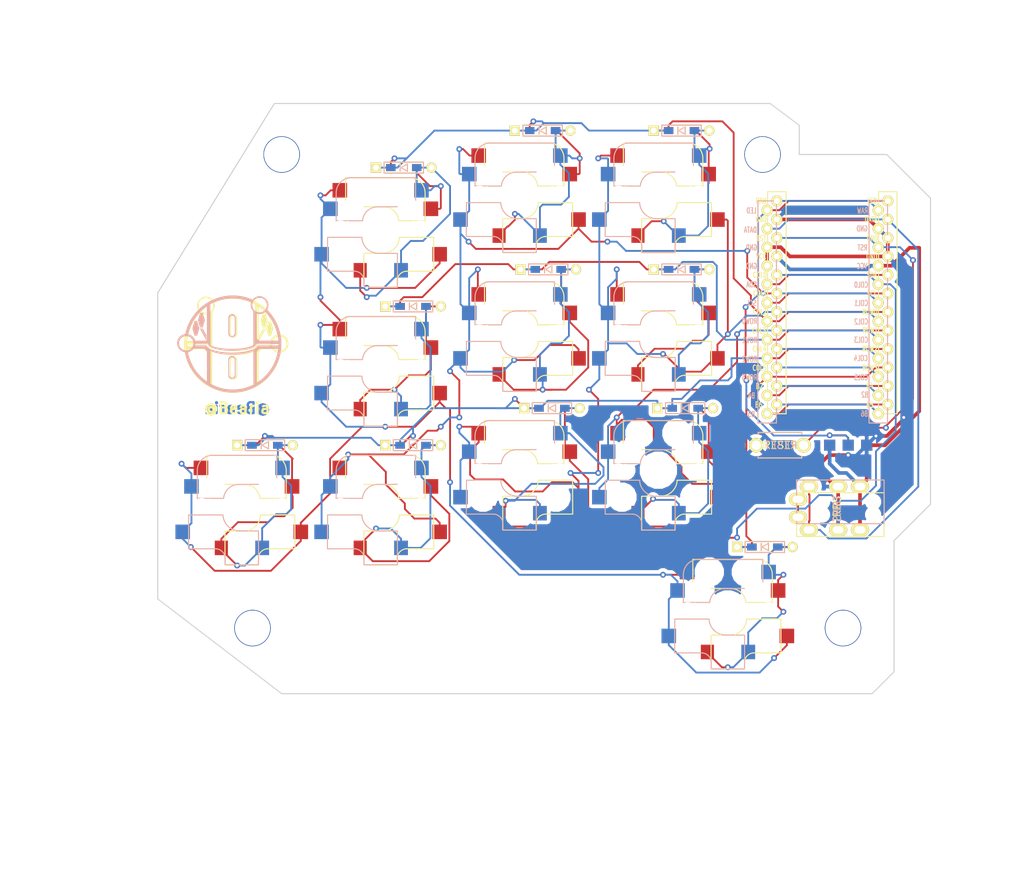
<source format=kicad_pcb>
(kicad_pcb (version 20171130) (host pcbnew "(5.0.2)-1")
  (layers (0 F.Cu signal) (31 B.Cu signal) (34 B.Paste user) (35 F.Paste user) (36 B.SilkS user) (37 F.SilkS user) (38 B.Mask user) (39 F.Mask user) (44 Edge.Cuts user))
  (net 0 "")
  (net 1 "Net-(D1-Pad2)")
  (net 2 row2)
  (net 3 "Net-(D2-Pad2)")
  (net 4 row1)
  (net 5 "Net-(D3-Pad2)")
  (net 6 row3)
  (net 7 row0)
  (net 8 "Net-(D4-Pad2)")
  (net 9 "Net-(D5-Pad2)")
  (net 10 "Net-(D6-Pad2)")
  (net 11 "Net-(D7-Pad2)")
  (net 12 "Net-(D8-Pad2)")
  (net 13 "Net-(D9-Pad2)")
  (net 14 "Net-(D10-Pad2)")
  (net 15 "Net-(D11-Pad2)")
  (net 16 GND)
  (net 17 led)
  (net 18 VCC)
  (net 19 reset)
  (net 20 col0)
  (net 21 col1)
  (net 22 col2)
  (net 23 col3)
  (net 24 "Net-(U1-Pad24)")
  (net 25 "Net-(U1-Pad16)")
  (net 26 "Net-(U1-Pad15)")
  (net 27 "Net-(U1-Pad14)")
  (net 28 "Net-(U1-Pad13)")
  (net 29 "Net-(U1-Pad12)")
  (net 30 "Net-(U1-Pad11)")
  (net 31 "Net-(U1-Pad6)")
  (net 32 "Net-(U1-Pad5)")
  (net 33 data)
  (net 34 "Net-(J1-PadA)")
  (module kbd:ProMicro_v2 (layer F.Cu) (at 181.7475 59.62)
    (fp_text reference U1 hide)
    (fp_text value ProMicro hide)
    (fp_text user RAW (at 4.191 -13.1445) (layer B.SilkS) (effects (font (size 0.75 0.5) (thickness 0.125)) (justify mirror)))
    (fp_text user LED (at -11.049 -13.1445) (layer B.SilkS) (effects (font (size 0.75 0.5) (thickness 0.125)) (justify mirror)))
    (fp_text user GND (at 4.1275 -10.668) (layer B.SilkS) (effects (font (size 0.75 0.5) (thickness 0.125)) (justify mirror)))
    (fp_text user DATA (at -11.2 -10.5) (layer B.SilkS) (effects (font (size 0.75 0.5) (thickness 0.125)) (justify mirror)))
    (fp_text user RST (at 4.191 -8.0645) (layer B.SilkS) (effects (font (size 0.75 0.5) (thickness 0.125)) (justify mirror)))
    (fp_text user GND (at -11.049 -8.0645) (layer B.SilkS) (effects (font (size 0.75 0.5) (thickness 0.125)) (justify mirror)))
    (fp_text user VCC (at 4.1275 -5.5245) (layer B.SilkS) (effects (font (size 0.75 0.5) (thickness 0.125)) (justify mirror)))
    (fp_text user GND (at -11.049 -5.5245) (layer B.SilkS) (effects (font (size 0.75 0.5) (thickness 0.125)) (justify mirror)))
    (fp_text user COL3 (at 4 4.6) (layer B.SilkS) (effects (font (size 0.75 0.5) (thickness 0.125)) (justify mirror)))
    (fp_text user ROW0 (at -11.3 2.032) (layer B.SilkS) (effects (font (size 0.75 0.5) (thickness 0.125)) (justify mirror)))
    (fp_text user COL2 (at 4 2.1) (layer B.SilkS) (effects (font (size 0.75 0.5) (thickness 0.125)) (justify mirror)))
    (fp_text user SCL (at -11.049 -0.4445) (layer B.SilkS) (effects (font (size 0.75 0.5) (thickness 0.125)) (justify mirror)))
    (fp_text user COL1 (at 4 -0.4445) (layer B.SilkS) (effects (font (size 0.75 0.5) (thickness 0.125)) (justify mirror)))
    (fp_text user SDA (at -11.049 -2.9845) (layer B.SilkS) (effects (font (size 0.75 0.5) (thickness 0.125)) (justify mirror)))
    (fp_text user COL0 (at 4 -2.95) (layer B.SilkS) (effects (font (size 0.75 0.5) (thickness 0.125)) (justify mirror)))
    (fp_text user B6 (at 4.445 14.732) (layer B.SilkS) (effects (font (size 0.75 0.5) (thickness 0.125)) (justify mirror)))
    (fp_text user B5 (at -11.049 14.7955) (layer B.SilkS) (effects (font (size 0.75 0.5) (thickness 0.125)) (justify mirror)))
    (fp_text user B4 (at -11.049 12.2555) (layer B.SilkS) (effects (font (size 0.75 0.5) (thickness 0.125)) (justify mirror)))
    (fp_text user B2 (at 4.5085 12.1285) (layer B.SilkS) (effects (font (size 0.75 0.5) (thickness 0.125)) (justify mirror)))
    (fp_text user ROW3 (at -11.3 9.75) (layer B.SilkS) (effects (font (size 0.75 0.5) (thickness 0.125)) (justify mirror)))
    (fp_text user COL5 (at 4 9.75) (layer B.SilkS) (effects (font (size 0.75 0.5) (thickness 0.125)) (justify mirror)))
    (fp_text user ROW2 (at -11.3 7.239) (layer B.SilkS) (effects (font (size 0.75 0.5) (thickness 0.125)) (justify mirror)))
    (fp_text user COL4 (at 3.95 7.112) (layer B.SilkS) (effects (font (size 0.75 0.5) (thickness 0.125)) (justify mirror)))
    (fp_text user ROW1 (at -11.3 4.6355) (layer B.SilkS) (effects (font (size 0.75 0.5) (thickness 0.125)) (justify mirror)))
    (fp_text user ROW1 (at 5.25 3.302) (layer F.SilkS) (effects (font (size 0.75 0.5) (thickness 0.125))))
    (fp_text user COL4 (at -9.95 5.85) (layer F.SilkS) (effects (font (size 0.75 0.5) (thickness 0.125))))
    (fp_text user ROW2 (at 5.2 5.85) (layer F.SilkS) (effects (font (size 0.75 0.5) (thickness 0.125))))
    (fp_text user COL5 (at -9.95 8.4455) (layer F.SilkS) (effects (font (size 0.75 0.5) (thickness 0.125))))
    (fp_text user ROW3 (at 5.2 8.4455) (layer F.SilkS) (effects (font (size 0.75 0.5) (thickness 0.125))))
    (fp_text user B2 (at -9.95 10.95) (layer F.SilkS) (effects (font (size 0.75 0.5) (thickness 0.125))))
    (fp_text user B4 (at 5.2 10.922) (layer F.SilkS) (effects (font (size 0.75 0.5) (thickness 0.125))))
    (fp_text user B5 (at 5.2 13.5255) (layer F.SilkS) (effects (font (size 0.75 0.5) (thickness 0.125))))
    (fp_text user B6 (at -10.05 13.5) (layer F.SilkS) (effects (font (size 0.75 0.5) (thickness 0.125))))
    (fp_text user COL0 (at -9.9 -4.3) (layer F.SilkS) (effects (font (size 0.75 0.5) (thickness 0.125))))
    (fp_text user SDA (at 5.461 -4.318) (layer F.SilkS) (effects (font (size 0.75 0.5) (thickness 0.125))))
    (fp_text user COL1 (at -9.85 -1.778) (layer F.SilkS) (effects (font (size 0.75 0.5) (thickness 0.125))))
    (fp_text user SCL (at 5.461 -1.778) (layer F.SilkS) (effects (font (size 0.75 0.5) (thickness 0.125))))
    (fp_text user COL2 (at -9.9 0.762) (layer F.SilkS) (effects (font (size 0.75 0.5) (thickness 0.125))))
    (fp_text user ROW0 (at 5.2 0.8) (layer F.SilkS) (effects (font (size 0.75 0.5) (thickness 0.125))))
    (fp_text user COL3 (at -10 3.35) (layer F.SilkS) (effects (font (size 0.75 0.5) (thickness 0.125))))
    (fp_text user GND (at 5.461 -6.7945) (layer F.SilkS) (effects (font (size 0.75 0.5) (thickness 0.125))))
    (fp_text user VCC (at -9.7155 -6.858) (layer F.SilkS) (effects (font (size 0.75 0.5) (thickness 0.125))))
    (fp_text user GND (at 5.5245 -9.3345) (layer F.SilkS) (effects (font (size 0.75 0.5) (thickness 0.125))))
    (fp_text user RST (at -9.7155 -9.3345) (layer F.SilkS) (effects (font (size 0.75 0.5) (thickness 0.125))))
    (fp_text user DATA (at 5.35 -11.95) (layer F.SilkS) (effects (font (size 0.75 0.5) (thickness 0.125))))
    (fp_text user GND (at -9.7155 -11.938) (layer F.SilkS) (effects (font (size 0.75 0.5) (thickness 0.125))))
    (fp_text user LED (at 5.5 -14.478) (layer F.SilkS) (effects (font (size 0.75 0.5) (thickness 0.125))))
    (fp_text user RAW (at -9.7155 -14.478) (layer F.SilkS) (effects (font (size 0.75 0.5) (thickness 0.125))))
    (fp_text user "" (at -1.2065 -16.256) (layer B.SilkS) (effects (justify mirror)))
    (fp_text user "" (at -0.5 -17.25) (layer F.SilkS))
    (pad 24 thru_hole circle (at -7.5636 -14.478) (size 1.524 1.524) (drill 0.8128) (layers *.Cu *.Mask F.SilkS) (net 24 "Net-(U1-Pad24)"))
    (pad 23 thru_hole circle (at -7.5636 -11.938) (size 1.524 1.524) (drill 0.8128) (layers *.Cu *.Mask F.SilkS) (net 16 GND))
    (pad 22 thru_hole circle (at -7.5636 -9.398) (size 1.524 1.524) (drill 0.8128) (layers *.Cu *.Mask F.SilkS) (net 19 reset))
    (pad 21 thru_hole circle (at -7.5636 -6.858) (size 1.524 1.524) (drill 0.8128) (layers *.Cu *.Mask F.SilkS) (net 18 VCC))
    (pad 20 thru_hole circle (at -7.5636 -4.318) (size 1.524 1.524) (drill 0.8128) (layers *.Cu *.Mask F.SilkS) (net 20 col0))
    (pad 19 thru_hole circle (at -7.5636 -1.778) (size 1.524 1.524) (drill 0.8128) (layers *.Cu *.Mask F.SilkS) (net 21 col1))
    (pad 18 thru_hole circle (at -7.5636 0.762) (size 1.524 1.524) (drill 0.8128) (layers *.Cu *.Mask F.SilkS) (net 22 col2))
    (pad 17 thru_hole circle (at -7.5636 3.302) (size 1.524 1.524) (drill 0.8128) (layers *.Cu *.Mask F.SilkS) (net 23 col3))
    (pad 16 thru_hole circle (at -7.5636 5.842) (size 1.524 1.524) (drill 0.8128) (layers *.Cu *.Mask F.SilkS) (net 25 "Net-(U1-Pad16)"))
    (pad 15 thru_hole circle (at -7.5636 8.382) (size 1.524 1.524) (drill 0.8128) (layers *.Cu *.Mask F.SilkS) (net 26 "Net-(U1-Pad15)"))
    (pad 14 thru_hole circle (at -7.5636 10.922) (size 1.524 1.524) (drill 0.8128) (layers *.Cu *.Mask F.SilkS) (net 27 "Net-(U1-Pad14)"))
    (pad 13 thru_hole circle (at -7.5636 13.462) (size 1.524 1.524) (drill 0.8128) (layers *.Cu *.Mask F.SilkS) (net 28 "Net-(U1-Pad13)"))
    (pad 12 thru_hole circle (at 7.6564 13.462) (size 1.524 1.524) (drill 0.8128) (layers *.Cu *.Mask F.SilkS) (net 29 "Net-(U1-Pad12)"))
    (pad 11 thru_hole circle (at 7.6564 10.922) (size 1.524 1.524) (drill 0.8128) (layers *.Cu *.Mask F.SilkS) (net 30 "Net-(U1-Pad11)"))
    (pad 10 thru_hole circle (at 7.6564 8.382) (size 1.524 1.524) (drill 0.8128) (layers *.Cu *.Mask F.SilkS) (net 6 row3))
    (pad 9 thru_hole circle (at 7.6564 5.842) (size 1.524 1.524) (drill 0.8128) (layers *.Cu *.Mask F.SilkS) (net 2 row2))
    (pad 8 thru_hole circle (at 7.6564 3.302) (size 1.524 1.524) (drill 0.8128) (layers *.Cu *.Mask F.SilkS) (net 4 row1))
    (pad 7 thru_hole circle (at 7.6564 0.762) (size 1.524 1.524) (drill 0.8128) (layers *.Cu *.Mask F.SilkS) (net 7 row0))
    (pad 6 thru_hole circle (at 7.6564 -1.778) (size 1.524 1.524) (drill 0.8128) (layers *.Cu *.Mask F.SilkS) (net 31 "Net-(U1-Pad6)"))
    (pad 5 thru_hole circle (at 7.6564 -4.318) (size 1.524 1.524) (drill 0.8128) (layers *.Cu *.Mask F.SilkS) (net 32 "Net-(U1-Pad5)"))
    (pad 4 thru_hole circle (at 7.6564 -6.858) (size 1.524 1.524) (drill 0.8128) (layers *.Cu *.Mask F.SilkS) (net 16 GND))
    (pad 3 thru_hole circle (at 7.6564 -9.398) (size 1.524 1.524) (drill 0.8128) (layers *.Cu *.Mask F.SilkS) (net 16 GND))
    (pad 2 thru_hole circle (at 7.6564 -11.938) (size 1.524 1.524) (drill 0.8128) (layers *.Cu *.Mask F.SilkS) (net 33 data))
    (pad 1 thru_hole circle (at 7.6564 -14.478) (size 1.524 1.524) (drill 0.8128) (layers *.Cu *.Mask F.SilkS) (net 17 led))
    (pad 1 thru_hole circle (at -8.89 -13.208) (size 1.524 1.524) (drill 0.8128) (layers *.Cu *.Mask F.SilkS) (net 17 led))
    (pad 2 thru_hole circle (at -8.89 -10.668) (size 1.524 1.524) (drill 0.8128) (layers *.Cu *.Mask F.SilkS) (net 33 data))
    (pad 3 thru_hole circle (at -8.89 -8.128) (size 1.524 1.524) (drill 0.8128) (layers *.Cu *.Mask F.SilkS) (net 16 GND))
    (pad 4 thru_hole circle (at -8.89 -5.588) (size 1.524 1.524) (drill 0.8128) (layers *.Cu *.Mask F.SilkS) (net 16 GND))
    (pad 5 thru_hole circle (at -8.89 -3.048) (size 1.524 1.524) (drill 0.8128) (layers *.Cu *.Mask F.SilkS) (net 32 "Net-(U1-Pad5)"))
    (pad 6 thru_hole circle (at -8.89 -0.508) (size 1.524 1.524) (drill 0.8128) (layers *.Cu *.Mask F.SilkS) (net 31 "Net-(U1-Pad6)"))
    (pad 7 thru_hole circle (at -8.89 2.032) (size 1.524 1.524) (drill 0.8128) (layers *.Cu *.Mask F.SilkS) (net 7 row0))
    (pad 8 thru_hole circle (at -8.89 4.572) (size 1.524 1.524) (drill 0.8128) (layers *.Cu *.Mask F.SilkS) (net 4 row1))
    (pad 9 thru_hole circle (at -8.89 7.112) (size 1.524 1.524) (drill 0.8128) (layers *.Cu *.Mask F.SilkS) (net 2 row2))
    (pad 10 thru_hole circle (at -8.89 9.652) (size 1.524 1.524) (drill 0.8128) (layers *.Cu *.Mask F.SilkS) (net 6 row3))
    (pad 11 thru_hole circle (at -8.89 12.192) (size 1.524 1.524) (drill 0.8128) (layers *.Cu *.Mask F.SilkS) (net 30 "Net-(U1-Pad11)"))
    (pad 12 thru_hole circle (at -8.89 14.732) (size 1.524 1.524) (drill 0.8128) (layers *.Cu *.Mask F.SilkS) (net 29 "Net-(U1-Pad12)"))
    (pad 13 thru_hole circle (at 6.35 14.732) (size 1.524 1.524) (drill 0.8128) (layers *.Cu *.Mask F.SilkS) (net 28 "Net-(U1-Pad13)"))
    (pad 14 thru_hole circle (at 6.35 12.192) (size 1.524 1.524) (drill 0.8128) (layers *.Cu *.Mask F.SilkS) (net 27 "Net-(U1-Pad14)"))
    (pad 15 thru_hole circle (at 6.35 9.652) (size 1.524 1.524) (drill 0.8128) (layers *.Cu *.Mask F.SilkS) (net 26 "Net-(U1-Pad15)"))
    (pad 16 thru_hole circle (at 6.35 7.112) (size 1.524 1.524) (drill 0.8128) (layers *.Cu *.Mask F.SilkS) (net 25 "Net-(U1-Pad16)"))
    (pad 17 thru_hole circle (at 6.35 4.572) (size 1.524 1.524) (drill 0.8128) (layers *.Cu *.Mask F.SilkS) (net 23 col3))
    (pad 18 thru_hole circle (at 6.35 2.032) (size 1.524 1.524) (drill 0.8128) (layers *.Cu *.Mask F.SilkS) (net 22 col2))
    (pad 19 thru_hole circle (at 6.35 -0.508) (size 1.524 1.524) (drill 0.8128) (layers *.Cu *.Mask F.SilkS) (net 21 col1))
    (pad 20 thru_hole circle (at 6.35 -3.048) (size 1.524 1.524) (drill 0.8128) (layers *.Cu *.Mask F.SilkS) (net 20 col0))
    (pad 21 thru_hole circle (at 6.35 -5.588) (size 1.524 1.524) (drill 0.8128) (layers *.Cu *.Mask F.SilkS) (net 18 VCC))
    (pad 22 thru_hole circle (at 6.35 -8.128) (size 1.524 1.524) (drill 0.8128) (layers *.Cu *.Mask F.SilkS) (net 19 reset))
    (pad 23 thru_hole circle (at 6.35 -10.668) (size 1.524 1.524) (drill 0.8128) (layers *.Cu *.Mask F.SilkS) (net 16 GND))
    (pad 24 thru_hole circle (at 6.35 -13.208) (size 1.524 1.524) (drill 0.8128) (layers *.Cu *.Mask F.SilkS) (net 24 "Net-(U1-Pad24)"))
  )
  (module kbd:D3_TH_SMD (layer F.Cu) (at 103.96 78.67)
    (fp_text reference D1 hide)
    (fp_text value D hide)
    (pad 2 smd rect (at 1.775 0) (size 1.3 0.95) (layers F.Cu F.Paste F.Mask) (net 1 "Net-(D1-Pad2)"))
    (pad 2 thru_hole circle (at 3.81 0) (size 1.397 1.397) (drill 0.8128) (layers *.Cu *.Mask F.SilkS) (net 1 "Net-(D1-Pad2)"))
    (pad 1 thru_hole rect (at -3.81 0) (size 1.397 1.397) (drill 0.8128) (layers *.Cu *.Mask F.SilkS) (net 2 row2))
    (pad 1 smd rect (at -1.775 0) (size 1.3 0.95) (layers B.Cu B.Paste B.Mask) (net 2 row2))
    (pad 2 smd rect (at 1.775 0) (size 1.3 0.95) (layers B.Cu B.Paste B.Mask) (net 1 "Net-(D1-Pad2)"))
    (pad 1 smd rect (at -1.775 0) (size 1.3 0.95) (layers F.Cu F.Paste F.Mask) (net 2 row2))
  )
  (module kbd:D3_TH_SMD (layer F.Cu) (at 124.28 59.62)
    (fp_text reference D2 hide)
    (fp_text value D hide)
    (pad 2 smd rect (at 1.775 0) (size 1.3 0.95) (layers F.Cu F.Paste F.Mask) (net 3 "Net-(D2-Pad2)"))
    (pad 2 thru_hole circle (at 3.81 0) (size 1.397 1.397) (drill 0.8128) (layers *.Cu *.Mask F.SilkS) (net 3 "Net-(D2-Pad2)"))
    (pad 1 thru_hole rect (at -3.81 0) (size 1.397 1.397) (drill 0.8128) (layers *.Cu *.Mask F.SilkS) (net 4 row1))
    (pad 1 smd rect (at -1.775 0) (size 1.3 0.95) (layers B.Cu B.Paste B.Mask) (net 4 row1))
    (pad 2 smd rect (at 1.775 0) (size 1.3 0.95) (layers B.Cu B.Paste B.Mask) (net 3 "Net-(D2-Pad2)"))
    (pad 1 smd rect (at -1.775 0) (size 1.3 0.95) (layers F.Cu F.Paste F.Mask) (net 4 row1))
  )
  (module kbd:D3_TH_SMD (layer F.Cu) (at 172.54 92.64)
    (fp_text reference D3 hide)
    (fp_text value D hide)
    (pad 2 smd rect (at 1.775 0) (size 1.3 0.95) (layers F.Cu F.Paste F.Mask) (net 5 "Net-(D3-Pad2)"))
    (pad 2 thru_hole circle (at 3.81 0) (size 1.397 1.397) (drill 0.8128) (layers *.Cu *.Mask F.SilkS) (net 5 "Net-(D3-Pad2)"))
    (pad 1 thru_hole rect (at -3.81 0) (size 1.397 1.397) (drill 0.8128) (layers *.Cu *.Mask F.SilkS) (net 6 row3))
    (pad 1 smd rect (at -1.775 0) (size 1.3 0.95) (layers B.Cu B.Paste B.Mask) (net 6 row3))
    (pad 2 smd rect (at 1.775 0) (size 1.3 0.95) (layers B.Cu B.Paste B.Mask) (net 5 "Net-(D3-Pad2)"))
    (pad 1 smd rect (at -1.775 0) (size 1.3 0.95) (layers F.Cu F.Paste F.Mask) (net 6 row3))
  )
  (module kbd:D3_TH_SMD (layer F.Cu) (at 123.01 40.57)
    (fp_text reference D4 hide)
    (fp_text value D hide)
    (pad 1 smd rect (at -1.775 0) (size 1.3 0.95) (layers F.Cu F.Paste F.Mask) (net 7 row0))
    (pad 2 smd rect (at 1.775 0) (size 1.3 0.95) (layers B.Cu B.Paste B.Mask) (net 8 "Net-(D4-Pad2)"))
    (pad 1 smd rect (at -1.775 0) (size 1.3 0.95) (layers B.Cu B.Paste B.Mask) (net 7 row0))
    (pad 1 thru_hole rect (at -3.81 0) (size 1.397 1.397) (drill 0.8128) (layers *.Cu *.Mask F.SilkS) (net 7 row0))
    (pad 2 thru_hole circle (at 3.81 0) (size 1.397 1.397) (drill 0.8128) (layers *.Cu *.Mask F.SilkS) (net 8 "Net-(D4-Pad2)"))
    (pad 2 smd rect (at 1.775 0) (size 1.3 0.95) (layers F.Cu F.Paste F.Mask) (net 8 "Net-(D4-Pad2)"))
  )
  (module kbd:D3_TH_SMD (layer F.Cu) (at 124.28 78.67)
    (fp_text reference D5 hide)
    (fp_text value D hide)
    (pad 1 smd rect (at -1.775 0) (size 1.3 0.95) (layers F.Cu F.Paste F.Mask) (net 2 row2))
    (pad 2 smd rect (at 1.775 0) (size 1.3 0.95) (layers B.Cu B.Paste B.Mask) (net 9 "Net-(D5-Pad2)"))
    (pad 1 smd rect (at -1.775 0) (size 1.3 0.95) (layers B.Cu B.Paste B.Mask) (net 2 row2))
    (pad 1 thru_hole rect (at -3.81 0) (size 1.397 1.397) (drill 0.8128) (layers *.Cu *.Mask F.SilkS) (net 2 row2))
    (pad 2 thru_hole circle (at 3.81 0) (size 1.397 1.397) (drill 0.8128) (layers *.Cu *.Mask F.SilkS) (net 9 "Net-(D5-Pad2)"))
    (pad 2 smd rect (at 1.775 0) (size 1.3 0.95) (layers F.Cu F.Paste F.Mask) (net 9 "Net-(D5-Pad2)"))
  )
  (module kbd:D3_TH_SMD (layer F.Cu) (at 142.825 54.54)
    (fp_text reference D6 hide)
    (fp_text value D hide)
    (pad 1 smd rect (at -1.775 0) (size 1.3 0.95) (layers F.Cu F.Paste F.Mask) (net 4 row1))
    (pad 2 smd rect (at 1.775 0) (size 1.3 0.95) (layers B.Cu B.Paste B.Mask) (net 10 "Net-(D6-Pad2)"))
    (pad 1 smd rect (at -1.775 0) (size 1.3 0.95) (layers B.Cu B.Paste B.Mask) (net 4 row1))
    (pad 1 thru_hole rect (at -3.81 0) (size 1.397 1.397) (drill 0.8128) (layers *.Cu *.Mask F.SilkS) (net 4 row1))
    (pad 2 thru_hole circle (at 3.81 0) (size 1.397 1.397) (drill 0.8128) (layers *.Cu *.Mask F.SilkS) (net 10 "Net-(D6-Pad2)"))
    (pad 2 smd rect (at 1.775 0) (size 1.3 0.95) (layers F.Cu F.Paste F.Mask) (net 10 "Net-(D6-Pad2)"))
  )
  (module kbd:D3_TH_SMD (layer F.Cu) (at 142.06 35.49)
    (fp_text reference D7 hide)
    (fp_text value D hide)
    (pad 2 smd rect (at 1.775 0) (size 1.3 0.95) (layers F.Cu F.Paste F.Mask) (net 11 "Net-(D7-Pad2)"))
    (pad 2 thru_hole circle (at 3.81 0) (size 1.397 1.397) (drill 0.8128) (layers *.Cu *.Mask F.SilkS) (net 11 "Net-(D7-Pad2)"))
    (pad 1 thru_hole rect (at -3.81 0) (size 1.397 1.397) (drill 0.8128) (layers *.Cu *.Mask F.SilkS) (net 7 row0))
    (pad 1 smd rect (at -1.775 0) (size 1.3 0.95) (layers B.Cu B.Paste B.Mask) (net 7 row0))
    (pad 2 smd rect (at 1.775 0) (size 1.3 0.95) (layers B.Cu B.Paste B.Mask) (net 11 "Net-(D7-Pad2)"))
    (pad 1 smd rect (at -1.775 0) (size 1.3 0.95) (layers F.Cu F.Paste F.Mask) (net 7 row0))
  )
  (module kbd:D3_TH_SMD (layer F.Cu) (at 143.33 73.59)
    (fp_text reference D8 hide)
    (fp_text value D hide)
    (pad 2 smd rect (at 1.775 0) (size 1.3 0.95) (layers F.Cu F.Paste F.Mask) (net 12 "Net-(D8-Pad2)"))
    (pad 2 thru_hole circle (at 3.81 0) (size 1.397 1.397) (drill 0.8128) (layers *.Cu *.Mask F.SilkS) (net 12 "Net-(D8-Pad2)"))
    (pad 1 thru_hole rect (at -3.81 0) (size 1.397 1.397) (drill 0.8128) (layers *.Cu *.Mask F.SilkS) (net 2 row2))
    (pad 1 smd rect (at -1.775 0) (size 1.3 0.95) (layers B.Cu B.Paste B.Mask) (net 2 row2))
    (pad 2 smd rect (at 1.775 0) (size 1.3 0.95) (layers B.Cu B.Paste B.Mask) (net 12 "Net-(D8-Pad2)"))
    (pad 1 smd rect (at -1.775 0) (size 1.3 0.95) (layers F.Cu F.Paste F.Mask) (net 2 row2))
  )
  (module kbd:D3_TH_SMD (layer F.Cu) (at 161.11 54.54)
    (fp_text reference D9 hide)
    (fp_text value D hide)
    (pad 1 smd rect (at -1.775 0) (size 1.3 0.95) (layers F.Cu F.Paste F.Mask) (net 4 row1))
    (pad 2 smd rect (at 1.775 0) (size 1.3 0.95) (layers B.Cu B.Paste B.Mask) (net 13 "Net-(D9-Pad2)"))
    (pad 1 smd rect (at -1.775 0) (size 1.3 0.95) (layers B.Cu B.Paste B.Mask) (net 4 row1))
    (pad 1 thru_hole rect (at -3.81 0) (size 1.397 1.397) (drill 0.8128) (layers *.Cu *.Mask F.SilkS) (net 4 row1))
    (pad 2 thru_hole circle (at 3.81 0) (size 1.397 1.397) (drill 0.8128) (layers *.Cu *.Mask F.SilkS) (net 13 "Net-(D9-Pad2)"))
    (pad 2 smd rect (at 1.775 0) (size 1.3 0.95) (layers F.Cu F.Paste F.Mask) (net 13 "Net-(D9-Pad2)"))
  )
  (module kbd:D3_TH_SMD (layer F.Cu) (at 161.11 35.49)
    (fp_text reference D10 hide)
    (fp_text value D hide)
    (pad 1 smd rect (at -1.775 0) (size 1.3 0.95) (layers F.Cu F.Paste F.Mask) (net 7 row0))
    (pad 2 smd rect (at 1.775 0) (size 1.3 0.95) (layers B.Cu B.Paste B.Mask) (net 14 "Net-(D10-Pad2)"))
    (pad 1 smd rect (at -1.775 0) (size 1.3 0.95) (layers B.Cu B.Paste B.Mask) (net 7 row0))
    (pad 1 thru_hole rect (at -3.81 0) (size 1.397 1.397) (drill 0.8128) (layers *.Cu *.Mask F.SilkS) (net 7 row0))
    (pad 2 thru_hole circle (at 3.81 0) (size 1.397 1.397) (drill 0.8128) (layers *.Cu *.Mask F.SilkS) (net 14 "Net-(D10-Pad2)"))
    (pad 2 smd rect (at 1.775 0) (size 1.3 0.95) (layers F.Cu F.Paste F.Mask) (net 14 "Net-(D10-Pad2)"))
  )
  (module kbd:D3_TH_SMD (layer F.Cu) (at 161.615 73.59)
    (fp_text reference D11 hide)
    (fp_text value D hide)
    (pad 1 smd rect (at -1.775 0) (size 1.3 0.95) (layers F.Cu F.Paste F.Mask) (net 2 row2))
    (pad 2 smd rect (at 1.775 0) (size 1.3 0.95) (layers B.Cu B.Paste B.Mask) (net 15 "Net-(D11-Pad2)"))
    (pad 1 smd rect (at -1.775 0) (size 1.3 0.95) (layers B.Cu B.Paste B.Mask) (net 2 row2))
    (pad 1 thru_hole rect (at -3.81 0) (size 1.397 1.397) (drill 0.8128) (layers *.Cu *.Mask F.SilkS) (net 2 row2))
    (pad 2 thru_hole circle (at 3.81 0) (size 1.397 1.397) (drill 0.8128) (layers *.Cu *.Mask F.SilkS) (net 15 "Net-(D11-Pad2)"))
    (pad 2 smd rect (at 1.775 0) (size 1.3 0.95) (layers F.Cu F.Paste F.Mask) (net 15 "Net-(D11-Pad2)"))
  )
  (module kbd:MJ-4PP-9 (layer F.Cu) (at 188.89125 88.195 270)
    (fp_text reference J1)
    (fp_text value AudioJack4 hide)
    (fp_text user TRRS (at -0.8255 6.4135 270) (layer B.SilkS) (effects (justify mirror)))
    (fp_text user TRRS (at -0.75 6.45 270) (layer F.SilkS))
    (pad "" np_thru_hole circle (at -1.75 8.5 270) (size 1.2 1.2) (drill 1.2) (layers *.Cu *.Mask F.SilkS))
    (pad "" np_thru_hole circle (at -1.75 1.5 270) (size 1.2 1.2) (drill 1.2) (layers *.Cu *.Mask F.SilkS))
    (pad D thru_hole oval (at -3.85 10.3 270) (size 1.7 2.5) (drill oval 1 1.5) (layers *.Cu *.Mask F.SilkS) (net 33 data) (clearance 0.15))
    (pad A thru_hole oval (at 0.35 11.8 270) (size 1.7 2.5) (drill oval 1 1.5) (layers *.Cu *.Mask F.SilkS) (net 34 "Net-(J1-PadA)") (clearance 0.15))
    (pad B thru_hole oval (at -3.85 3.3 270) (size 1.7 2.5) (drill oval 1 1.5) (layers *.Cu *.Mask F.SilkS) (net 18 VCC))
    (pad C thru_hole oval (at -3.85 6.3 270) (size 1.7 2.5) (drill oval 1 1.5) (layers *.Cu *.Mask F.SilkS) (net 16 GND))
    (pad "" np_thru_hole circle (at 0 1.5 270) (size 1.2 1.2) (drill 1.2) (layers *.Cu *.Mask F.SilkS))
    (pad "" np_thru_hole circle (at 0 8.5 270) (size 1.2 1.2) (drill 1.2) (layers *.Cu *.Mask F.SilkS))
    (pad B thru_hole oval (at 2.1 3.3 270) (size 1.7 2.5) (drill oval 1 1.5) (layers *.Cu *.Mask F.SilkS) (net 18 VCC))
    (pad C thru_hole oval (at 2.1 6.3 270) (size 1.7 2.5) (drill oval 1 1.5) (layers *.Cu *.Mask F.SilkS) (net 16 GND))
    (pad D thru_hole oval (at 2.1 10.3 270) (size 1.7 2.5) (drill oval 1 1.5) (layers *.Cu *.Mask F.SilkS) (net 33 data) (clearance 0.15))
    (pad A thru_hole oval (at -2.1 11.8 270) (size 1.7 2.5) (drill oval 1 1.5) (layers *.Cu *.Mask F.SilkS) (net 34 "Net-(J1-PadA)") (clearance 0.15))
  )
  (module kbd:StripLED_rev (layer F.Cu) (at 186.51 78.67 270)
    (fp_text reference J2 hide)
    (fp_text value Conn_01x03_Male hide)
    (pad 3 smd rect (at 0 5.08 270) (size 1.524 1.524) (layers F.Cu F.Paste F.Mask) (net 16 GND))
    (pad 2 smd rect (at 0 2.54 270) (size 1.524 1.524) (layers F.Cu F.Paste F.Mask) (net 17 led))
    (pad 1 smd rect (at 0 0 270) (size 1.524 1.524) (layers F.Cu F.Paste F.Mask) (net 18 VCC))
    (pad 1 smd rect (at 0 5.08 270) (size 1.524 1.524) (layers B.Cu B.Paste B.Mask) (net 18 VCC))
    (pad 2 smd rect (at 0 2.54 270) (size 1.524 1.524) (layers B.Cu B.Paste B.Mask) (net 17 led))
    (pad 3 smd rect (at 0 0 270) (size 1.524 1.524) (layers B.Cu B.Paste B.Mask) (net 16 GND))
  )
  (module kbd:ResetSW (layer F.Cu) (at 174.60375 78.67)
    (fp_text reference SW1 hide)
    (fp_text value RESET_SWITCH)
    (fp_text user RESET (at 0.127 0) (layer B.SilkS) (effects (justify mirror)))
    (fp_text user RESET (at 0 0) (layer F.SilkS))
    (pad 1 thru_hole circle (at 3.25 0) (size 2 2) (drill 1.3) (layers *.Cu *.Mask F.SilkS) (net 19 reset))
    (pad 2 thru_hole circle (at -3.25 0) (size 2 2) (drill 1.3) (layers *.Cu *.Mask F.SilkS) (net 16 GND))
  )
  (module kbd:CherryMX_MidHeight_Choc_Hotswap (layer F.Cu) (at 100.785 86.8625)
    (fp_text reference SW2 hide)
    (fp_text value SW_PUSH hide)
    (pad 2 smd rect (at 5.6 -5.08 180) (size 2 2) (layers B.Cu B.Paste B.Mask) (net 1 "Net-(D1-Pad2)"))
    (pad "" np_thru_hole circle (at -3.81 -2.54 180) (size 3 3) (drill 3) (layers *.Cu *.Mask))
    (pad "" np_thru_hole circle (at -5.08 0) (size 1.7 1.7) (drill 1.7) (layers *.Cu *.Mask))
    (pad "" np_thru_hole circle (at 5.08 0) (size 1.7 1.7) (drill 1.7) (layers *.Cu *.Mask))
    (pad "" np_thru_hole circle (at 5.5 0 90) (size 1.9 1.9) (drill 1.9) (layers *.Cu *.Mask))
    (pad "" np_thru_hole circle (at -5.5 0 90) (size 1.9 1.9) (drill 1.9) (layers *.Cu *.Mask))
    (pad "" np_thru_hole circle (at 0 0 90) (size 4.1 4.1) (drill 4.1) (layers *.Cu *.Mask))
    (pad "" np_thru_hole circle (at 2.54 -5.08 180) (size 3 3) (drill 3) (layers *.Cu *.Mask))
    (pad 1 smd rect (at -6.9 -2.54 180) (size 2 2) (layers B.Cu B.Paste B.Mask) (net 20 col0))
    (pad "" np_thru_hole circle (at 0 5.9 90) (size 3 3) (drill 3) (layers *.Cu *.Mask))
    (pad "" np_thru_hole circle (at -5 3.7 90) (size 3 3) (drill 3) (layers *.Cu *.Mask))
    (pad 2 smd rect (at 2.8 5.9 180) (size 1.9 2) (layers B.Cu B.Paste B.Mask) (net 1 "Net-(D1-Pad2)"))
    (pad 1 smd rect (at -8.1 3.7 180) (size 2 2) (layers B.Cu B.Paste B.Mask) (net 20 col0))
    (pad 1 smd rect (at 8.1 3.7 180) (size 2 2) (layers F.Cu F.Paste F.Mask) (net 20 col0))
    (pad 2 smd rect (at -2.8 5.9 180) (size 1.8 2) (layers F.Cu F.Paste F.Mask) (net 1 "Net-(D1-Pad2)"))
    (pad "" np_thru_hole circle (at 5 3.7 270) (size 3 3) (drill 3) (layers *.Cu *.Mask))
    (pad 2 smd rect (at 6.9 -2.54 180) (size 2 2) (layers F.Cu F.Paste F.Mask) (net 1 "Net-(D1-Pad2)"))
    (pad "" np_thru_hole circle (at -2.54 -5.08 180) (size 3 3) (drill 3) (layers *.Cu *.Mask))
    (pad "" np_thru_hole circle (at 3.81 -2.54 180) (size 3 3) (drill 3) (layers *.Cu *.Mask))
    (pad 1 smd rect (at -5.6 -5.08 180) (size 2 2) (layers F.Cu F.Paste F.Mask) (net 20 col0))
    (pad "" np_thru_hole circle (at -4.5 0) (size 1.7 1.7) (drill 1.7) (layers *.Cu *.Mask))
    (pad "" np_thru_hole circle (at 4.5 0) (size 1.7 1.7) (drill 1.7) (layers *.Cu *.Mask))
  )
  (module kbd:CherryMX_MidHeight_Choc_Hotswap (layer F.Cu) (at 119.835 67.8125)
    (fp_text reference SW3 hide)
    (fp_text value SW_PUSH hide)
    (pad "" np_thru_hole circle (at 4.5 0) (size 1.7 1.7) (drill 1.7) (layers *.Cu *.Mask))
    (pad "" np_thru_hole circle (at -4.5 0) (size 1.7 1.7) (drill 1.7) (layers *.Cu *.Mask))
    (pad 1 smd rect (at -5.6 -5.08 180) (size 2 2) (layers F.Cu F.Paste F.Mask) (net 20 col0))
    (pad "" np_thru_hole circle (at 3.81 -2.54 180) (size 3 3) (drill 3) (layers *.Cu *.Mask))
    (pad "" np_thru_hole circle (at -2.54 -5.08 180) (size 3 3) (drill 3) (layers *.Cu *.Mask))
    (pad 2 smd rect (at 6.9 -2.54 180) (size 2 2) (layers F.Cu F.Paste F.Mask) (net 3 "Net-(D2-Pad2)"))
    (pad "" np_thru_hole circle (at 5 3.7 270) (size 3 3) (drill 3) (layers *.Cu *.Mask))
    (pad 2 smd rect (at -2.8 5.9 180) (size 1.8 2) (layers F.Cu F.Paste F.Mask) (net 3 "Net-(D2-Pad2)"))
    (pad 1 smd rect (at 8.1 3.7 180) (size 2 2) (layers F.Cu F.Paste F.Mask) (net 20 col0))
    (pad 1 smd rect (at -8.1 3.7 180) (size 2 2) (layers B.Cu B.Paste B.Mask) (net 20 col0))
    (pad 2 smd rect (at 2.8 5.9 180) (size 1.9 2) (layers B.Cu B.Paste B.Mask) (net 3 "Net-(D2-Pad2)"))
    (pad "" np_thru_hole circle (at -5 3.7 90) (size 3 3) (drill 3) (layers *.Cu *.Mask))
    (pad "" np_thru_hole circle (at 0 5.9 90) (size 3 3) (drill 3) (layers *.Cu *.Mask))
    (pad 1 smd rect (at -6.9 -2.54 180) (size 2 2) (layers B.Cu B.Paste B.Mask) (net 20 col0))
    (pad "" np_thru_hole circle (at 2.54 -5.08 180) (size 3 3) (drill 3) (layers *.Cu *.Mask))
    (pad "" np_thru_hole circle (at 0 0 90) (size 4.1 4.1) (drill 4.1) (layers *.Cu *.Mask))
    (pad "" np_thru_hole circle (at -5.5 0 90) (size 1.9 1.9) (drill 1.9) (layers *.Cu *.Mask))
    (pad "" np_thru_hole circle (at 5.5 0 90) (size 1.9 1.9) (drill 1.9) (layers *.Cu *.Mask))
    (pad "" np_thru_hole circle (at 5.08 0) (size 1.7 1.7) (drill 1.7) (layers *.Cu *.Mask))
    (pad "" np_thru_hole circle (at -5.08 0) (size 1.7 1.7) (drill 1.7) (layers *.Cu *.Mask))
    (pad "" np_thru_hole circle (at -3.81 -2.54 180) (size 3 3) (drill 3) (layers *.Cu *.Mask))
    (pad 2 smd rect (at 5.6 -5.08 180) (size 2 2) (layers B.Cu B.Paste B.Mask) (net 3 "Net-(D2-Pad2)"))
  )
  (module kbd:CherryMX_MidHeight_Choc_Hotswap (layer F.Cu) (at 167.46 101.15)
    (fp_text reference SW4 hide)
    (fp_text value SW_PUSH hide)
    (pad "" np_thru_hole circle (at 4.5 0) (size 1.7 1.7) (drill 1.7) (layers *.Cu *.Mask))
    (pad "" np_thru_hole circle (at -4.5 0) (size 1.7 1.7) (drill 1.7) (layers *.Cu *.Mask))
    (pad 1 smd rect (at -5.6 -5.08 180) (size 2 2) (layers F.Cu F.Paste F.Mask) (net 20 col0))
    (pad "" np_thru_hole circle (at 3.81 -2.54 180) (size 3 3) (drill 3) (layers *.Cu *.Mask))
    (pad "" np_thru_hole circle (at -2.54 -5.08 180) (size 3 3) (drill 3) (layers *.Cu *.Mask))
    (pad 2 smd rect (at 6.9 -2.54 180) (size 2 2) (layers F.Cu F.Paste F.Mask) (net 5 "Net-(D3-Pad2)"))
    (pad "" np_thru_hole circle (at 5 3.7 270) (size 3 3) (drill 3) (layers *.Cu *.Mask))
    (pad 2 smd rect (at -2.8 5.9 180) (size 1.8 2) (layers F.Cu F.Paste F.Mask) (net 5 "Net-(D3-Pad2)"))
    (pad 1 smd rect (at 8.1 3.7 180) (size 2 2) (layers F.Cu F.Paste F.Mask) (net 20 col0))
    (pad 1 smd rect (at -8.1 3.7 180) (size 2 2) (layers B.Cu B.Paste B.Mask) (net 20 col0))
    (pad 2 smd rect (at 2.8 5.9 180) (size 1.9 2) (layers B.Cu B.Paste B.Mask) (net 5 "Net-(D3-Pad2)"))
    (pad "" np_thru_hole circle (at -5 3.7 90) (size 3 3) (drill 3) (layers *.Cu *.Mask))
    (pad "" np_thru_hole circle (at 0 5.9 90) (size 3 3) (drill 3) (layers *.Cu *.Mask))
    (pad 1 smd rect (at -6.9 -2.54 180) (size 2 2) (layers B.Cu B.Paste B.Mask) (net 20 col0))
    (pad "" np_thru_hole circle (at 2.54 -5.08 180) (size 3 3) (drill 3) (layers *.Cu *.Mask))
    (pad "" np_thru_hole circle (at 0 0 90) (size 4.1 4.1) (drill 4.1) (layers *.Cu *.Mask))
    (pad "" np_thru_hole circle (at -5.5 0 90) (size 1.9 1.9) (drill 1.9) (layers *.Cu *.Mask))
    (pad "" np_thru_hole circle (at 5.5 0 90) (size 1.9 1.9) (drill 1.9) (layers *.Cu *.Mask))
    (pad "" np_thru_hole circle (at 5.08 0) (size 1.7 1.7) (drill 1.7) (layers *.Cu *.Mask))
    (pad "" np_thru_hole circle (at -5.08 0) (size 1.7 1.7) (drill 1.7) (layers *.Cu *.Mask))
    (pad "" np_thru_hole circle (at -3.81 -2.54 180) (size 3 3) (drill 3) (layers *.Cu *.Mask))
    (pad 2 smd rect (at 5.6 -5.08 180) (size 2 2) (layers B.Cu B.Paste B.Mask) (net 5 "Net-(D3-Pad2)"))
  )
  (module kbd:CherryMX_MidHeight_Choc_Hotswap (layer F.Cu) (at 119.835 48.7625)
    (fp_text reference SW5 hide)
    (fp_text value SW_PUSH hide)
    (pad 2 smd rect (at 5.6 -5.08 180) (size 2 2) (layers B.Cu B.Paste B.Mask) (net 8 "Net-(D4-Pad2)"))
    (pad "" np_thru_hole circle (at -3.81 -2.54 180) (size 3 3) (drill 3) (layers *.Cu *.Mask))
    (pad "" np_thru_hole circle (at -5.08 0) (size 1.7 1.7) (drill 1.7) (layers *.Cu *.Mask))
    (pad "" np_thru_hole circle (at 5.08 0) (size 1.7 1.7) (drill 1.7) (layers *.Cu *.Mask))
    (pad "" np_thru_hole circle (at 5.5 0 90) (size 1.9 1.9) (drill 1.9) (layers *.Cu *.Mask))
    (pad "" np_thru_hole circle (at -5.5 0 90) (size 1.9 1.9) (drill 1.9) (layers *.Cu *.Mask))
    (pad "" np_thru_hole circle (at 0 0 90) (size 4.1 4.1) (drill 4.1) (layers *.Cu *.Mask))
    (pad "" np_thru_hole circle (at 2.54 -5.08 180) (size 3 3) (drill 3) (layers *.Cu *.Mask))
    (pad 1 smd rect (at -6.9 -2.54 180) (size 2 2) (layers B.Cu B.Paste B.Mask) (net 20 col0))
    (pad "" np_thru_hole circle (at 0 5.9 90) (size 3 3) (drill 3) (layers *.Cu *.Mask))
    (pad "" np_thru_hole circle (at -5 3.7 90) (size 3 3) (drill 3) (layers *.Cu *.Mask))
    (pad 2 smd rect (at 2.8 5.9 180) (size 1.9 2) (layers B.Cu B.Paste B.Mask) (net 8 "Net-(D4-Pad2)"))
    (pad 1 smd rect (at -8.1 3.7 180) (size 2 2) (layers B.Cu B.Paste B.Mask) (net 20 col0))
    (pad 1 smd rect (at 8.1 3.7 180) (size 2 2) (layers F.Cu F.Paste F.Mask) (net 20 col0))
    (pad 2 smd rect (at -2.8 5.9 180) (size 1.8 2) (layers F.Cu F.Paste F.Mask) (net 8 "Net-(D4-Pad2)"))
    (pad "" np_thru_hole circle (at 5 3.7 270) (size 3 3) (drill 3) (layers *.Cu *.Mask))
    (pad 2 smd rect (at 6.9 -2.54 180) (size 2 2) (layers F.Cu F.Paste F.Mask) (net 8 "Net-(D4-Pad2)"))
    (pad "" np_thru_hole circle (at -2.54 -5.08 180) (size 3 3) (drill 3) (layers *.Cu *.Mask))
    (pad "" np_thru_hole circle (at 3.81 -2.54 180) (size 3 3) (drill 3) (layers *.Cu *.Mask))
    (pad 1 smd rect (at -5.6 -5.08 180) (size 2 2) (layers F.Cu F.Paste F.Mask) (net 20 col0))
    (pad "" np_thru_hole circle (at -4.5 0) (size 1.7 1.7) (drill 1.7) (layers *.Cu *.Mask))
    (pad "" np_thru_hole circle (at 4.5 0) (size 1.7 1.7) (drill 1.7) (layers *.Cu *.Mask))
  )
  (module kbd:CherryMX_MidHeight_Choc_Hotswap (layer F.Cu) (at 119.835 86.8625)
    (fp_text reference SW6 hide)
    (fp_text value SW_PUSH hide)
    (pad 2 smd rect (at 5.6 -5.08 180) (size 2 2) (layers B.Cu B.Paste B.Mask) (net 9 "Net-(D5-Pad2)"))
    (pad "" np_thru_hole circle (at -3.81 -2.54 180) (size 3 3) (drill 3) (layers *.Cu *.Mask))
    (pad "" np_thru_hole circle (at -5.08 0) (size 1.7 1.7) (drill 1.7) (layers *.Cu *.Mask))
    (pad "" np_thru_hole circle (at 5.08 0) (size 1.7 1.7) (drill 1.7) (layers *.Cu *.Mask))
    (pad "" np_thru_hole circle (at 5.5 0 90) (size 1.9 1.9) (drill 1.9) (layers *.Cu *.Mask))
    (pad "" np_thru_hole circle (at -5.5 0 90) (size 1.9 1.9) (drill 1.9) (layers *.Cu *.Mask))
    (pad "" np_thru_hole circle (at 0 0 90) (size 4.1 4.1) (drill 4.1) (layers *.Cu *.Mask))
    (pad "" np_thru_hole circle (at 2.54 -5.08 180) (size 3 3) (drill 3) (layers *.Cu *.Mask))
    (pad 1 smd rect (at -6.9 -2.54 180) (size 2 2) (layers B.Cu B.Paste B.Mask) (net 21 col1))
    (pad "" np_thru_hole circle (at 0 5.9 90) (size 3 3) (drill 3) (layers *.Cu *.Mask))
    (pad "" np_thru_hole circle (at -5 3.7 90) (size 3 3) (drill 3) (layers *.Cu *.Mask))
    (pad 2 smd rect (at 2.8 5.9 180) (size 1.9 2) (layers B.Cu B.Paste B.Mask) (net 9 "Net-(D5-Pad2)"))
    (pad 1 smd rect (at -8.1 3.7 180) (size 2 2) (layers B.Cu B.Paste B.Mask) (net 21 col1))
    (pad 1 smd rect (at 8.1 3.7 180) (size 2 2) (layers F.Cu F.Paste F.Mask) (net 21 col1))
    (pad 2 smd rect (at -2.8 5.9 180) (size 1.8 2) (layers F.Cu F.Paste F.Mask) (net 9 "Net-(D5-Pad2)"))
    (pad "" np_thru_hole circle (at 5 3.7 270) (size 3 3) (drill 3) (layers *.Cu *.Mask))
    (pad 2 smd rect (at 6.9 -2.54 180) (size 2 2) (layers F.Cu F.Paste F.Mask) (net 9 "Net-(D5-Pad2)"))
    (pad "" np_thru_hole circle (at -2.54 -5.08 180) (size 3 3) (drill 3) (layers *.Cu *.Mask))
    (pad "" np_thru_hole circle (at 3.81 -2.54 180) (size 3 3) (drill 3) (layers *.Cu *.Mask))
    (pad 1 smd rect (at -5.6 -5.08 180) (size 2 2) (layers F.Cu F.Paste F.Mask) (net 21 col1))
    (pad "" np_thru_hole circle (at -4.5 0) (size 1.7 1.7) (drill 1.7) (layers *.Cu *.Mask))
    (pad "" np_thru_hole circle (at 4.5 0) (size 1.7 1.7) (drill 1.7) (layers *.Cu *.Mask))
  )
  (module kbd:CherryMX_MidHeight_Choc_Hotswap (layer F.Cu) (at 138.885 63.05)
    (fp_text reference SW7 hide)
    (fp_text value SW_PUSH hide)
    (pad 2 smd rect (at 5.6 -5.08 180) (size 2 2) (layers B.Cu B.Paste B.Mask) (net 10 "Net-(D6-Pad2)"))
    (pad "" np_thru_hole circle (at -3.81 -2.54 180) (size 3 3) (drill 3) (layers *.Cu *.Mask))
    (pad "" np_thru_hole circle (at -5.08 0) (size 1.7 1.7) (drill 1.7) (layers *.Cu *.Mask))
    (pad "" np_thru_hole circle (at 5.08 0) (size 1.7 1.7) (drill 1.7) (layers *.Cu *.Mask))
    (pad "" np_thru_hole circle (at 5.5 0 90) (size 1.9 1.9) (drill 1.9) (layers *.Cu *.Mask))
    (pad "" np_thru_hole circle (at -5.5 0 90) (size 1.9 1.9) (drill 1.9) (layers *.Cu *.Mask))
    (pad "" np_thru_hole circle (at 0 0 90) (size 4.1 4.1) (drill 4.1) (layers *.Cu *.Mask))
    (pad "" np_thru_hole circle (at 2.54 -5.08 180) (size 3 3) (drill 3) (layers *.Cu *.Mask))
    (pad 1 smd rect (at -6.9 -2.54 180) (size 2 2) (layers B.Cu B.Paste B.Mask) (net 21 col1))
    (pad "" np_thru_hole circle (at 0 5.9 90) (size 3 3) (drill 3) (layers *.Cu *.Mask))
    (pad "" np_thru_hole circle (at -5 3.7 90) (size 3 3) (drill 3) (layers *.Cu *.Mask))
    (pad 2 smd rect (at 2.8 5.9 180) (size 1.9 2) (layers B.Cu B.Paste B.Mask) (net 10 "Net-(D6-Pad2)"))
    (pad 1 smd rect (at -8.1 3.7 180) (size 2 2) (layers B.Cu B.Paste B.Mask) (net 21 col1))
    (pad 1 smd rect (at 8.1 3.7 180) (size 2 2) (layers F.Cu F.Paste F.Mask) (net 21 col1))
    (pad 2 smd rect (at -2.8 5.9 180) (size 1.8 2) (layers F.Cu F.Paste F.Mask) (net 10 "Net-(D6-Pad2)"))
    (pad "" np_thru_hole circle (at 5 3.7 270) (size 3 3) (drill 3) (layers *.Cu *.Mask))
    (pad 2 smd rect (at 6.9 -2.54 180) (size 2 2) (layers F.Cu F.Paste F.Mask) (net 10 "Net-(D6-Pad2)"))
    (pad "" np_thru_hole circle (at -2.54 -5.08 180) (size 3 3) (drill 3) (layers *.Cu *.Mask))
    (pad "" np_thru_hole circle (at 3.81 -2.54 180) (size 3 3) (drill 3) (layers *.Cu *.Mask))
    (pad 1 smd rect (at -5.6 -5.08 180) (size 2 2) (layers F.Cu F.Paste F.Mask) (net 21 col1))
    (pad "" np_thru_hole circle (at -4.5 0) (size 1.7 1.7) (drill 1.7) (layers *.Cu *.Mask))
    (pad "" np_thru_hole circle (at 4.5 0) (size 1.7 1.7) (drill 1.7) (layers *.Cu *.Mask))
  )
  (module kbd:CherryMX_MidHeight_Choc_Hotswap (layer F.Cu) (at 138.885 44)
    (fp_text reference SW8 hide)
    (fp_text value SW_PUSH hide)
    (pad 2 smd rect (at 5.6 -5.08 180) (size 2 2) (layers B.Cu B.Paste B.Mask) (net 11 "Net-(D7-Pad2)"))
    (pad "" np_thru_hole circle (at -3.81 -2.54 180) (size 3 3) (drill 3) (layers *.Cu *.Mask))
    (pad "" np_thru_hole circle (at -5.08 0) (size 1.7 1.7) (drill 1.7) (layers *.Cu *.Mask))
    (pad "" np_thru_hole circle (at 5.08 0) (size 1.7 1.7) (drill 1.7) (layers *.Cu *.Mask))
    (pad "" np_thru_hole circle (at 5.5 0 90) (size 1.9 1.9) (drill 1.9) (layers *.Cu *.Mask))
    (pad "" np_thru_hole circle (at -5.5 0 90) (size 1.9 1.9) (drill 1.9) (layers *.Cu *.Mask))
    (pad "" np_thru_hole circle (at 0 0 90) (size 4.1 4.1) (drill 4.1) (layers *.Cu *.Mask))
    (pad "" np_thru_hole circle (at 2.54 -5.08 180) (size 3 3) (drill 3) (layers *.Cu *.Mask))
    (pad 1 smd rect (at -6.9 -2.54 180) (size 2 2) (layers B.Cu B.Paste B.Mask) (net 21 col1))
    (pad "" np_thru_hole circle (at 0 5.9 90) (size 3 3) (drill 3) (layers *.Cu *.Mask))
    (pad "" np_thru_hole circle (at -5 3.7 90) (size 3 3) (drill 3) (layers *.Cu *.Mask))
    (pad 2 smd rect (at 2.8 5.9 180) (size 1.9 2) (layers B.Cu B.Paste B.Mask) (net 11 "Net-(D7-Pad2)"))
    (pad 1 smd rect (at -8.1 3.7 180) (size 2 2) (layers B.Cu B.Paste B.Mask) (net 21 col1))
    (pad 1 smd rect (at 8.1 3.7 180) (size 2 2) (layers F.Cu F.Paste F.Mask) (net 21 col1))
    (pad 2 smd rect (at -2.8 5.9 180) (size 1.8 2) (layers F.Cu F.Paste F.Mask) (net 11 "Net-(D7-Pad2)"))
    (pad "" np_thru_hole circle (at 5 3.7 270) (size 3 3) (drill 3) (layers *.Cu *.Mask))
    (pad 2 smd rect (at 6.9 -2.54 180) (size 2 2) (layers F.Cu F.Paste F.Mask) (net 11 "Net-(D7-Pad2)"))
    (pad "" np_thru_hole circle (at -2.54 -5.08 180) (size 3 3) (drill 3) (layers *.Cu *.Mask))
    (pad "" np_thru_hole circle (at 3.81 -2.54 180) (size 3 3) (drill 3) (layers *.Cu *.Mask))
    (pad 1 smd rect (at -5.6 -5.08 180) (size 2 2) (layers F.Cu F.Paste F.Mask) (net 21 col1))
    (pad "" np_thru_hole circle (at -4.5 0) (size 1.7 1.7) (drill 1.7) (layers *.Cu *.Mask))
    (pad "" np_thru_hole circle (at 4.5 0) (size 1.7 1.7) (drill 1.7) (layers *.Cu *.Mask))
  )
  (module kbd:CherryMX_MidHeight_Choc_Hotswap (layer F.Cu) (at 138.885 82.1)
    (fp_text reference SW9 hide)
    (fp_text value SW_PUSH hide)
    (pad "" np_thru_hole circle (at 4.5 0) (size 1.7 1.7) (drill 1.7) (layers *.Cu *.Mask))
    (pad "" np_thru_hole circle (at -4.5 0) (size 1.7 1.7) (drill 1.7) (layers *.Cu *.Mask))
    (pad 1 smd rect (at -5.6 -5.08 180) (size 2 2) (layers F.Cu F.Paste F.Mask) (net 22 col2))
    (pad "" np_thru_hole circle (at 3.81 -2.54 180) (size 3 3) (drill 3) (layers *.Cu *.Mask))
    (pad "" np_thru_hole circle (at -2.54 -5.08 180) (size 3 3) (drill 3) (layers *.Cu *.Mask))
    (pad 2 smd rect (at 6.9 -2.54 180) (size 2 2) (layers F.Cu F.Paste F.Mask) (net 12 "Net-(D8-Pad2)"))
    (pad "" np_thru_hole circle (at 5 3.7 270) (size 3 3) (drill 3) (layers *.Cu *.Mask))
    (pad 2 smd rect (at -2.8 5.9 180) (size 1.8 2) (layers F.Cu F.Paste F.Mask) (net 12 "Net-(D8-Pad2)"))
    (pad 1 smd rect (at 8.1 3.7 180) (size 2 2) (layers F.Cu F.Paste F.Mask) (net 22 col2))
    (pad 1 smd rect (at -8.1 3.7 180) (size 2 2) (layers B.Cu B.Paste B.Mask) (net 22 col2))
    (pad 2 smd rect (at 2.8 5.9 180) (size 1.9 2) (layers B.Cu B.Paste B.Mask) (net 12 "Net-(D8-Pad2)"))
    (pad "" np_thru_hole circle (at -5 3.7 90) (size 3 3) (drill 3) (layers *.Cu *.Mask))
    (pad "" np_thru_hole circle (at 0 5.9 90) (size 3 3) (drill 3) (layers *.Cu *.Mask))
    (pad 1 smd rect (at -6.9 -2.54 180) (size 2 2) (layers B.Cu B.Paste B.Mask) (net 22 col2))
    (pad "" np_thru_hole circle (at 2.54 -5.08 180) (size 3 3) (drill 3) (layers *.Cu *.Mask))
    (pad "" np_thru_hole circle (at 0 0 90) (size 4.1 4.1) (drill 4.1) (layers *.Cu *.Mask))
    (pad "" np_thru_hole circle (at -5.5 0 90) (size 1.9 1.9) (drill 1.9) (layers *.Cu *.Mask))
    (pad "" np_thru_hole circle (at 5.5 0 90) (size 1.9 1.9) (drill 1.9) (layers *.Cu *.Mask))
    (pad "" np_thru_hole circle (at 5.08 0) (size 1.7 1.7) (drill 1.7) (layers *.Cu *.Mask))
    (pad "" np_thru_hole circle (at -5.08 0) (size 1.7 1.7) (drill 1.7) (layers *.Cu *.Mask))
    (pad "" np_thru_hole circle (at -3.81 -2.54 180) (size 3 3) (drill 3) (layers *.Cu *.Mask))
    (pad 2 smd rect (at 5.6 -5.08 180) (size 2 2) (layers B.Cu B.Paste B.Mask) (net 12 "Net-(D8-Pad2)"))
  )
  (module kbd:CherryMX_MidHeight_Choc_Hotswap (layer F.Cu) (at 157.935 63.05)
    (fp_text reference SW10 hide)
    (fp_text value SW_PUSH hide)
    (pad "" np_thru_hole circle (at 4.5 0) (size 1.7 1.7) (drill 1.7) (layers *.Cu *.Mask))
    (pad "" np_thru_hole circle (at -4.5 0) (size 1.7 1.7) (drill 1.7) (layers *.Cu *.Mask))
    (pad 1 smd rect (at -5.6 -5.08 180) (size 2 2) (layers F.Cu F.Paste F.Mask) (net 22 col2))
    (pad "" np_thru_hole circle (at 3.81 -2.54 180) (size 3 3) (drill 3) (layers *.Cu *.Mask))
    (pad "" np_thru_hole circle (at -2.54 -5.08 180) (size 3 3) (drill 3) (layers *.Cu *.Mask))
    (pad 2 smd rect (at 6.9 -2.54 180) (size 2 2) (layers F.Cu F.Paste F.Mask) (net 13 "Net-(D9-Pad2)"))
    (pad "" np_thru_hole circle (at 5 3.7 270) (size 3 3) (drill 3) (layers *.Cu *.Mask))
    (pad 2 smd rect (at -2.8 5.9 180) (size 1.8 2) (layers F.Cu F.Paste F.Mask) (net 13 "Net-(D9-Pad2)"))
    (pad 1 smd rect (at 8.1 3.7 180) (size 2 2) (layers F.Cu F.Paste F.Mask) (net 22 col2))
    (pad 1 smd rect (at -8.1 3.7 180) (size 2 2) (layers B.Cu B.Paste B.Mask) (net 22 col2))
    (pad 2 smd rect (at 2.8 5.9 180) (size 1.9 2) (layers B.Cu B.Paste B.Mask) (net 13 "Net-(D9-Pad2)"))
    (pad "" np_thru_hole circle (at -5 3.7 90) (size 3 3) (drill 3) (layers *.Cu *.Mask))
    (pad "" np_thru_hole circle (at 0 5.9 90) (size 3 3) (drill 3) (layers *.Cu *.Mask))
    (pad 1 smd rect (at -6.9 -2.54 180) (size 2 2) (layers B.Cu B.Paste B.Mask) (net 22 col2))
    (pad "" np_thru_hole circle (at 2.54 -5.08 180) (size 3 3) (drill 3) (layers *.Cu *.Mask))
    (pad "" np_thru_hole circle (at 0 0 90) (size 4.1 4.1) (drill 4.1) (layers *.Cu *.Mask))
    (pad "" np_thru_hole circle (at -5.5 0 90) (size 1.9 1.9) (drill 1.9) (layers *.Cu *.Mask))
    (pad "" np_thru_hole circle (at 5.5 0 90) (size 1.9 1.9) (drill 1.9) (layers *.Cu *.Mask))
    (pad "" np_thru_hole circle (at 5.08 0) (size 1.7 1.7) (drill 1.7) (layers *.Cu *.Mask))
    (pad "" np_thru_hole circle (at -5.08 0) (size 1.7 1.7) (drill 1.7) (layers *.Cu *.Mask))
    (pad "" np_thru_hole circle (at -3.81 -2.54 180) (size 3 3) (drill 3) (layers *.Cu *.Mask))
    (pad 2 smd rect (at 5.6 -5.08 180) (size 2 2) (layers B.Cu B.Paste B.Mask) (net 13 "Net-(D9-Pad2)"))
  )
  (module kbd:CherryMX_MidHeight_Choc_Hotswap (layer F.Cu) (at 157.935 44)
    (fp_text reference SW11 hide)
    (fp_text value SW_PUSH hide)
    (pad 2 smd rect (at 5.6 -5.08 180) (size 2 2) (layers B.Cu B.Paste B.Mask) (net 14 "Net-(D10-Pad2)"))
    (pad "" np_thru_hole circle (at -3.81 -2.54 180) (size 3 3) (drill 3) (layers *.Cu *.Mask))
    (pad "" np_thru_hole circle (at -5.08 0) (size 1.7 1.7) (drill 1.7) (layers *.Cu *.Mask))
    (pad "" np_thru_hole circle (at 5.08 0) (size 1.7 1.7) (drill 1.7) (layers *.Cu *.Mask))
    (pad "" np_thru_hole circle (at 5.5 0 90) (size 1.9 1.9) (drill 1.9) (layers *.Cu *.Mask))
    (pad "" np_thru_hole circle (at -5.5 0 90) (size 1.9 1.9) (drill 1.9) (layers *.Cu *.Mask))
    (pad "" np_thru_hole circle (at 0 0 90) (size 4.1 4.1) (drill 4.1) (layers *.Cu *.Mask))
    (pad "" np_thru_hole circle (at 2.54 -5.08 180) (size 3 3) (drill 3) (layers *.Cu *.Mask))
    (pad 1 smd rect (at -6.9 -2.54 180) (size 2 2) (layers B.Cu B.Paste B.Mask) (net 22 col2))
    (pad "" np_thru_hole circle (at 0 5.9 90) (size 3 3) (drill 3) (layers *.Cu *.Mask))
    (pad "" np_thru_hole circle (at -5 3.7 90) (size 3 3) (drill 3) (layers *.Cu *.Mask))
    (pad 2 smd rect (at 2.8 5.9 180) (size 1.9 2) (layers B.Cu B.Paste B.Mask) (net 14 "Net-(D10-Pad2)"))
    (pad 1 smd rect (at -8.1 3.7 180) (size 2 2) (layers B.Cu B.Paste B.Mask) (net 22 col2))
    (pad 1 smd rect (at 8.1 3.7 180) (size 2 2) (layers F.Cu F.Paste F.Mask) (net 22 col2))
    (pad 2 smd rect (at -2.8 5.9 180) (size 1.8 2) (layers F.Cu F.Paste F.Mask) (net 14 "Net-(D10-Pad2)"))
    (pad "" np_thru_hole circle (at 5 3.7 270) (size 3 3) (drill 3) (layers *.Cu *.Mask))
    (pad 2 smd rect (at 6.9 -2.54 180) (size 2 2) (layers F.Cu F.Paste F.Mask) (net 14 "Net-(D10-Pad2)"))
    (pad "" np_thru_hole circle (at -2.54 -5.08 180) (size 3 3) (drill 3) (layers *.Cu *.Mask))
    (pad "" np_thru_hole circle (at 3.81 -2.54 180) (size 3 3) (drill 3) (layers *.Cu *.Mask))
    (pad 1 smd rect (at -5.6 -5.08 180) (size 2 2) (layers F.Cu F.Paste F.Mask) (net 22 col2))
    (pad "" np_thru_hole circle (at -4.5 0) (size 1.7 1.7) (drill 1.7) (layers *.Cu *.Mask))
    (pad "" np_thru_hole circle (at 4.5 0) (size 1.7 1.7) (drill 1.7) (layers *.Cu *.Mask))
  )
  (module kbd:CherryMX_MidHeight_Choc_Hotswap (layer F.Cu) (at 157.935 82.1)
    (fp_text reference SW12 hide)
    (fp_text value SW_PUSH hide)
    (pad "" np_thru_hole circle (at 4.5 0) (size 1.7 1.7) (drill 1.7) (layers *.Cu *.Mask))
    (pad "" np_thru_hole circle (at -4.5 0) (size 1.7 1.7) (drill 1.7) (layers *.Cu *.Mask))
    (pad 1 smd rect (at -5.6 -5.08 180) (size 2 2) (layers F.Cu F.Paste F.Mask) (net 23 col3))
    (pad "" np_thru_hole circle (at 3.81 -2.54 180) (size 3 3) (drill 3) (layers *.Cu *.Mask))
    (pad "" np_thru_hole circle (at -2.54 -5.08 180) (size 3 3) (drill 3) (layers *.Cu *.Mask))
    (pad 2 smd rect (at 6.9 -2.54 180) (size 2 2) (layers F.Cu F.Paste F.Mask) (net 15 "Net-(D11-Pad2)"))
    (pad "" np_thru_hole circle (at 5 3.7 270) (size 3 3) (drill 3) (layers *.Cu *.Mask))
    (pad 2 smd rect (at -2.8 5.9 180) (size 1.8 2) (layers F.Cu F.Paste F.Mask) (net 15 "Net-(D11-Pad2)"))
    (pad 1 smd rect (at 8.1 3.7 180) (size 2 2) (layers F.Cu F.Paste F.Mask) (net 23 col3))
    (pad 1 smd rect (at -8.1 3.7 180) (size 2 2) (layers B.Cu B.Paste B.Mask) (net 23 col3))
    (pad 2 smd rect (at 2.8 5.9 180) (size 1.9 2) (layers B.Cu B.Paste B.Mask) (net 15 "Net-(D11-Pad2)"))
    (pad "" np_thru_hole circle (at -5 3.7 90) (size 3 3) (drill 3) (layers *.Cu *.Mask))
    (pad "" np_thru_hole circle (at 0 5.9 90) (size 3 3) (drill 3) (layers *.Cu *.Mask))
    (pad 1 smd rect (at -6.9 -2.54 180) (size 2 2) (layers B.Cu B.Paste B.Mask) (net 23 col3))
    (pad "" np_thru_hole circle (at 2.54 -5.08 180) (size 3 3) (drill 3) (layers *.Cu *.Mask))
    (pad "" np_thru_hole circle (at 0 0 90) (size 4.1 4.1) (drill 4.1) (layers *.Cu *.Mask))
    (pad "" np_thru_hole circle (at -5.5 0 90) (size 1.9 1.9) (drill 1.9) (layers *.Cu *.Mask))
    (pad "" np_thru_hole circle (at 5.5 0 90) (size 1.9 1.9) (drill 1.9) (layers *.Cu *.Mask))
    (pad "" np_thru_hole circle (at 5.08 0) (size 1.7 1.7) (drill 1.7) (layers *.Cu *.Mask))
    (pad "" np_thru_hole circle (at -5.08 0) (size 1.7 1.7) (drill 1.7) (layers *.Cu *.Mask))
    (pad "" np_thru_hole circle (at -3.81 -2.54 180) (size 3 3) (drill 3) (layers *.Cu *.Mask))
    (pad 2 smd rect (at 5.6 -5.08 180) (size 2 2) (layers B.Cu B.Paste B.Mask) (net 15 "Net-(D11-Pad2)"))
  )
  (module kbd:HOLE (layer F.Cu) (at 172.2225 38.77)
    (fp_text reference Ref**)
    (fp_text value Val**)
    (pad "" np_thru_hole circle (at 0 0) (size 5 5) (drill 4.8) (layers *.Cu *.Mask))
  )
  (module kbd:HOLE (layer F.Cu) (at 183.26 103.77)
    (fp_text reference Ref**)
    (fp_text value Val**)
    (pad "" np_thru_hole circle (at 0 0) (size 5 5) (drill 4.8) (layers *.Cu *.Mask))
  )
  (module kbd:HOLE (layer F.Cu) (at 102.26 103.77)
    (fp_text reference Ref**)
    (fp_text value Val**)
    (pad "" np_thru_hole circle (at 0 0) (size 5 5) (drill 4.8) (layers *.Cu *.Mask))
  )
  (module kbd:HOLE (layer F.Cu) (at 106.26 38.77)
    (fp_text reference Ref**)
    (fp_text value Val**)
    (pad "" np_thru_hole circle (at 0 0) (size 5 5) (drill 4.8) (layers *.Cu *.Mask))
  )
  (module Firstcontact:Firstcontact2200 (layer F.Cu) (at 99.86 64.87)
    (fp_text reference G*** hide)
    (fp_text value LOGO hide)
  )
  (module Firstcontact:Firstcontact2200r (layer F.Cu) (at 99.76 65.27)
    (fp_text reference G*** hide)
    (fp_text value LOGO hide)
  )
  (gr_line (start 195.26 86.77) (end 195.26 44.77) (layer Edge.Cuts) (width 0.15))
  (gr_line (start 177.26 38.77) (end 177.26 34.77) (layer Edge.Cuts) (width 0.15))
  (gr_line (start 189.26 38.77) (end 177.26 38.77) (layer Edge.Cuts) (width 0.15))
  (gr_line (start 195.26 44.77) (end 189.26 38.77) (layer Edge.Cuts) (width 0.15))
  (gr_line (start 190.26 91.77) (end 195.26 86.77) (layer Edge.Cuts) (width 0.15))
  (gr_line (start 190.26 109.77) (end 190.26 91.77) (layer Edge.Cuts) (width 0.15))
  (gr_line (start 187.26 112.77) (end 190.26 109.77) (layer Edge.Cuts) (width 0.15))
  (gr_line (start 106.26 112.77) (end 187.26 112.77) (layer Edge.Cuts) (width 0.15))
  (gr_line (start 89.26 99.77) (end 106.26 112.77) (layer Edge.Cuts) (width 0.15))
  (gr_line (start 89.26 57.77) (end 89.26 99.77) (layer Edge.Cuts) (width 0.15))
  (gr_line (start 105.26 31.77) (end 89.26 57.77) (layer Edge.Cuts) (width 0.15))
  (gr_line (start 173.26 31.77) (end 105.26 31.77) (layer Edge.Cuts) (width 0.15))
  (gr_line (start 177.26 34.77) (end 173.26 31.77) (layer Edge.Cuts) (width 0.15))
  (gr_text @Bearia (at 100.15 73.59) (layer F.SilkS) (effects (font (size 1.5 1.5) (thickness 0.3))))
  (gr_text @Bearia (at 100.15 73.59) (layer B.Cu) (effects (font (size 1.5 1.5) (thickness 0.3)) (justify mirror)))
  (segment (start 105.735 78.67) (end 107.77 78.67) (width 0.25) (layer B.Cu) (net 1))
  (segment (start 105.735 81.1325) (end 106.385 81.7825) (width 0.25) (layer B.Cu) (net 1))
  (segment (start 105.735 78.67) (end 105.735 81.1325) (width 0.25) (layer B.Cu) (net 1))
  (segment (start 103.585 90.061498) (end 103.585 91.5125) (width 0.25) (layer B.Cu) (net 1))
  (segment (start 106.897001 88.137501) (end 105.508997 88.137501) (width 0.25) (layer B.Cu) (net 1))
  (segment (start 107.560001 87.474501) (end 106.897001 88.137501) (width 0.25) (layer B.Cu) (net 1))
  (segment (start 105.508997 88.137501) (end 103.585 90.061498) (width 0.25) (layer B.Cu) (net 1))
  (segment (start 107.560001 84.207501) (end 107.560001 87.474501) (width 0.25) (layer B.Cu) (net 1))
  (segment (start 106.385 83.0325) (end 107.560001 84.207501) (width 0.25) (layer B.Cu) (net 1))
  (segment (start 103.585 91.5125) (end 103.585 92.7625) (width 0.25) (layer B.Cu) (net 1))
  (segment (start 106.385 81.7825) (end 106.385 83.0325) (width 0.25) (layer B.Cu) (net 1))
  (via (at 100.15 95.18) (size 0.8) (drill 0.4) (layers F.Cu B.Cu) (net 1))
  (segment (start 101.2175 95.18) (end 100.15 95.18) (width 0.25) (layer B.Cu) (net 1))
  (segment (start 103.585 92.7625) (end 103.585 92.8125) (width 0.25) (layer B.Cu) (net 1))
  (segment (start 103.585 92.8125) (end 101.2175 95.18) (width 0.25) (layer B.Cu) (net 1))
  (segment (start 97.985 93.015) (end 97.985 92.7625) (width 0.25) (layer F.Cu) (net 1))
  (segment (start 100.15 95.18) (end 97.985 93.015) (width 0.25) (layer F.Cu) (net 1))
  (segment (start 100.259999 89.237501) (end 104.408997 89.237501) (width 0.25) (layer F.Cu) (net 1))
  (segment (start 97.985 91.5125) (end 100.259999 89.237501) (width 0.25) (layer F.Cu) (net 1))
  (segment (start 97.985 92.7625) (end 97.985 91.5125) (width 0.25) (layer F.Cu) (net 1))
  (segment (start 107.685 85.5725) (end 107.77 85.6575) (width 0.25) (layer F.Cu) (net 1))
  (segment (start 107.685 84.3225) (end 107.685 85.5725) (width 0.25) (layer F.Cu) (net 1))
  (segment (start 107.77 85.6575) (end 107.77 87.264502) (width 0.25) (layer F.Cu) (net 1))
  (segment (start 106.618004 88.416498) (end 105.23 88.416498) (width 0.25) (layer F.Cu) (net 1))
  (segment (start 107.77 87.264502) (end 106.618004 88.416498) (width 0.25) (layer F.Cu) (net 1))
  (segment (start 104.408997 89.237501) (end 105.23 88.416498) (width 0.25) (layer F.Cu) (net 1))
  (segment (start 105.91 78.67) (end 107.77 80.53) (width 0.25) (layer F.Cu) (net 1))
  (segment (start 105.735 78.67) (end 105.91 78.67) (width 0.25) (layer F.Cu) (net 1))
  (segment (start 107.685 80.615) (end 107.685 84.3225) (width 0.25) (layer F.Cu) (net 1))
  (segment (start 107.77 80.53) (end 107.685 80.615) (width 0.25) (layer F.Cu) (net 1))
  (segment (start 173.93513 66.732) (end 172.8575 66.732) (width 0.25) (layer F.Cu) (net 2))
  (segment (start 174.522662 66.732) (end 173.93513 66.732) (width 0.25) (layer F.Cu) (net 2))
  (segment (start 175.792662 65.462) (end 174.522662 66.732) (width 0.25) (layer F.Cu) (net 2))
  (segment (start 189.4039 65.462) (end 175.792662 65.462) (width 0.25) (layer F.Cu) (net 2))
  (segment (start 141.555 73.59) (end 139.52 73.59) (width 0.25) (layer B.Cu) (net 2))
  (segment (start 122.505 77.945) (end 122.505 78.67) (width 0.25) (layer B.Cu) (net 2))
  (segment (start 126.86 73.59) (end 122.505 77.945) (width 0.25) (layer B.Cu) (net 2))
  (segment (start 122.505 78.67) (end 120.47 78.67) (width 0.25) (layer B.Cu) (net 2))
  (segment (start 103.085 78.67) (end 102.185 78.67) (width 0.25) (layer B.Cu) (net 2))
  (segment (start 104.108501 77.646499) (end 103.085 78.67) (width 0.25) (layer B.Cu) (net 2))
  (segment (start 119.5215 78.67) (end 118.497999 77.646499) (width 0.25) (layer B.Cu) (net 2))
  (segment (start 120.47 78.67) (end 119.5215 78.67) (width 0.25) (layer B.Cu) (net 2))
  (segment (start 100.15 78.67) (end 102.185 78.67) (width 0.25) (layer B.Cu) (net 2))
  (segment (start 172.8575 66.732) (end 167.968 66.732) (width 0.25) (layer B.Cu) (net 2))
  (segment (start 159.84 73.59) (end 157.805 73.59) (width 0.25) (layer B.Cu) (net 2))
  (segment (start 141.73 73.59) (end 141.555 73.59) (width 0.25) (layer B.Cu) (net 2))
  (segment (start 142.753501 72.566499) (end 141.73 73.59) (width 0.25) (layer B.Cu) (net 2))
  (segment (start 157.729999 72.566499) (end 142.753501 72.566499) (width 0.25) (layer B.Cu) (net 2))
  (segment (start 157.805 72.6415) (end 157.729999 72.566499) (width 0.25) (layer B.Cu) (net 2))
  (segment (start 157.805 73.59) (end 157.805 72.6415) (width 0.25) (layer B.Cu) (net 2))
  (segment (start 167.968 66.732) (end 167.968 69.272) (width 0.25) (layer B.Cu) (net 2))
  (segment (start 167.968 69.272) (end 167.46 69.78) (width 0.25) (layer B.Cu) (net 2))
  (segment (start 167.46 69.78) (end 163.65 69.78) (width 0.25) (layer B.Cu) (net 2))
  (segment (start 163.65 69.78) (end 161.11 72.32) (width 0.25) (layer B.Cu) (net 2))
  (segment (start 161.11 72.32) (end 159.84 72.32) (width 0.25) (layer B.Cu) (net 2))
  (segment (start 159.84 72.32) (end 159.84 73.59) (width 0.25) (layer B.Cu) (net 2))
  (via (at 103.96 77.4) (size 0.8) (drill 0.4) (layers F.Cu B.Cu) (net 2))
  (segment (start 102.185 78.67) (end 102.69 78.67) (width 0.25) (layer F.Cu) (net 2))
  (segment (start 102.69 78.67) (end 103.96 77.4) (width 0.25) (layer F.Cu) (net 2))
  (segment (start 104.983501 77.4) (end 105.23 77.646499) (width 0.25) (layer B.Cu) (net 2))
  (segment (start 103.96 77.4) (end 104.983501 77.4) (width 0.25) (layer B.Cu) (net 2))
  (segment (start 118.497999 77.646499) (end 105.23 77.646499) (width 0.25) (layer B.Cu) (net 2))
  (segment (start 105.23 77.646499) (end 104.108501 77.646499) (width 0.25) (layer B.Cu) (net 2))
  (segment (start 122.68 78.67) (end 123.95 77.4) (width 0.25) (layer F.Cu) (net 2))
  (segment (start 122.505 78.67) (end 122.68 78.67) (width 0.25) (layer F.Cu) (net 2))
  (via (at 124.28 77.4) (size 0.8) (drill 0.4) (layers F.Cu B.Cu) (net 2))
  (segment (start 123.95 77.4) (end 124.28 77.4) (width 0.25) (layer F.Cu) (net 2))
  (segment (start 124.28 77.4) (end 124.28 76.13) (width 0.25) (layer B.Cu) (net 2))
  (via (at 138.25 72.32) (size 0.8) (drill 0.4) (layers F.Cu B.Cu) (net 2))
  (segment (start 141.555 73.59) (end 139.52 73.59) (width 0.25) (layer F.Cu) (net 2))
  (segment (start 139.52 73.59) (end 138.25 72.32) (width 0.25) (layer F.Cu) (net 2))
  (segment (start 136.98 73.59) (end 135.71 73.59) (width 0.25) (layer B.Cu) (net 2))
  (segment (start 138.25 72.32) (end 136.98 73.59) (width 0.25) (layer B.Cu) (net 2))
  (segment (start 139.52 73.59) (end 135.71 73.59) (width 0.25) (layer B.Cu) (net 2))
  (segment (start 135.71 73.59) (end 126.86 73.59) (width 0.25) (layer B.Cu) (net 2))
  (segment (start 159.84 73.59) (end 157.805 73.59) (width 0.25) (layer F.Cu) (net 2))
  (segment (start 128.09 59.62) (end 126.055 59.62) (width 0.25) (layer F.Cu) (net 3))
  (segment (start 126.055 64.5925) (end 126.735 65.2725) (width 0.25) (layer F.Cu) (net 3))
  (segment (start 126.055 59.62) (end 126.055 64.5925) (width 0.25) (layer F.Cu) (net 3))
  (via (at 121.74 71.05) (size 0.8) (drill 0.4) (layers F.Cu B.Cu) (net 3))
  (segment (start 123.702499 69.087501) (end 121.74 71.05) (width 0.25) (layer F.Cu) (net 3))
  (segment (start 125.947001 69.087501) (end 123.702499 69.087501) (width 0.25) (layer F.Cu) (net 3))
  (segment (start 126.735 65.2725) (end 126.735 68.299502) (width 0.25) (layer F.Cu) (net 3))
  (segment (start 126.735 68.299502) (end 125.947001 69.087501) (width 0.25) (layer F.Cu) (net 3))
  (segment (start 122.635 71.945) (end 122.635 73.7125) (width 0.25) (layer B.Cu) (net 3))
  (segment (start 121.74 71.05) (end 122.635 71.945) (width 0.25) (layer B.Cu) (net 3))
  (segment (start 125.435 63.9825) (end 125.435 62.7325) (width 0.25) (layer B.Cu) (net 3))
  (segment (start 126.660001 65.207501) (end 125.435 63.9825) (width 0.25) (layer B.Cu) (net 3))
  (segment (start 126.660001 73.153589) (end 126.660001 65.207501) (width 0.25) (layer B.Cu) (net 3))
  (segment (start 126.10109 73.7125) (end 126.660001 73.153589) (width 0.25) (layer B.Cu) (net 3))
  (segment (start 122.635 73.7125) (end 126.10109 73.7125) (width 0.25) (layer B.Cu) (net 3))
  (segment (start 121.174315 71.05) (end 121.74 71.05) (width 0.25) (layer F.Cu) (net 3))
  (segment (start 118.4475 71.05) (end 121.174315 71.05) (width 0.25) (layer F.Cu) (net 3))
  (segment (start 117.035 72.4625) (end 118.4475 71.05) (width 0.25) (layer F.Cu) (net 3))
  (segment (start 117.035 73.7125) (end 117.035 72.4625) (width 0.25) (layer F.Cu) (net 3))
  (segment (start 126.055 62.1125) (end 125.435 62.7325) (width 0.25) (layer B.Cu) (net 3))
  (segment (start 126.055 59.62) (end 126.055 62.1125) (width 0.25) (layer B.Cu) (net 3))
  (segment (start 173.93513 64.192) (end 172.8575 64.192) (width 0.25) (layer F.Cu) (net 4))
  (segment (start 174.522662 64.192) (end 173.93513 64.192) (width 0.25) (layer F.Cu) (net 4))
  (segment (start 175.792662 62.922) (end 174.522662 64.192) (width 0.25) (layer F.Cu) (net 4))
  (segment (start 189.4039 62.922) (end 175.792662 62.922) (width 0.25) (layer F.Cu) (net 4))
  (segment (start 139.015 54.54) (end 141.05 54.54) (width 0.25) (layer B.Cu) (net 4))
  (segment (start 157.3 54.54) (end 159.335 54.54) (width 0.25) (layer B.Cu) (net 4))
  (segment (start 141.95 54.54) (end 141.05 54.54) (width 0.25) (layer F.Cu) (net 4))
  (segment (start 142.973501 53.516499) (end 141.95 54.54) (width 0.25) (layer F.Cu) (net 4))
  (segment (start 155.327999 53.516499) (end 142.973501 53.516499) (width 0.25) (layer F.Cu) (net 4))
  (segment (start 156.3515 54.54) (end 155.327999 53.516499) (width 0.25) (layer F.Cu) (net 4))
  (segment (start 157.3 54.54) (end 156.3515 54.54) (width 0.25) (layer F.Cu) (net 4))
  (segment (start 141.05 54.54) (end 139.015 54.54) (width 0.25) (layer F.Cu) (net 4))
  (segment (start 137.341499 53.814999) (end 130.085001 53.814999) (width 0.25) (layer F.Cu) (net 4))
  (segment (start 139.015 54.54) (end 138.0665 54.54) (width 0.25) (layer F.Cu) (net 4))
  (segment (start 138.0665 54.54) (end 137.341499 53.814999) (width 0.25) (layer F.Cu) (net 4))
  (segment (start 130.085001 53.814999) (end 125.55 58.35) (width 0.25) (layer F.Cu) (net 4))
  (segment (start 125.55 58.35) (end 123.01 58.35) (width 0.25) (layer F.Cu) (net 4))
  (segment (start 122.505 58.855) (end 122.505 59.62) (width 0.25) (layer F.Cu) (net 4))
  (segment (start 123.01 58.35) (end 122.505 58.855) (width 0.25) (layer F.Cu) (net 4))
  (segment (start 120.47 59.62) (end 122.505 59.62) (width 0.25) (layer F.Cu) (net 4))
  (segment (start 160.235 54.54) (end 159.335 54.54) (width 0.25) (layer B.Cu) (net 4))
  (segment (start 167.148998 64.192) (end 165.943501 62.986503) (width 0.25) (layer B.Cu) (net 4))
  (segment (start 165.943501 62.986503) (end 165.943501 54.048719) (width 0.25) (layer B.Cu) (net 4))
  (segment (start 165.943501 54.048719) (end 165.411281 53.516499) (width 0.25) (layer B.Cu) (net 4))
  (segment (start 172.8575 64.192) (end 167.148998 64.192) (width 0.25) (layer B.Cu) (net 4))
  (segment (start 165.411281 53.516499) (end 161.258501 53.516499) (width 0.25) (layer B.Cu) (net 4))
  (segment (start 161.258501 53.516499) (end 160.235 54.54) (width 0.25) (layer B.Cu) (net 4))
  (segment (start 122.505 59.62) (end 120.47 59.62) (width 0.25) (layer B.Cu) (net 4))
  (segment (start 159.335 54.54) (end 157.3 54.54) (width 0.25) (layer F.Cu) (net 4))
  (via (at 175.08 101.53) (size 0.8) (drill 0.4) (layers F.Cu B.Cu) (net 5))
  (segment (start 174.184999 102.425001) (end 175.08 101.53) (width 0.25) (layer B.Cu) (net 5))
  (segment (start 172.183997 102.425001) (end 174.184999 102.425001) (width 0.25) (layer B.Cu) (net 5))
  (segment (start 170.26 107.05) (end 170.26 104.348998) (width 0.25) (layer B.Cu) (net 5))
  (segment (start 170.26 104.348998) (end 172.183997 102.425001) (width 0.25) (layer B.Cu) (net 5))
  (segment (start 174.36 100.81) (end 174.36 98.61) (width 0.25) (layer F.Cu) (net 5))
  (segment (start 175.08 101.53) (end 174.36 100.81) (width 0.25) (layer F.Cu) (net 5))
  (via (at 175.08 96.45) (size 0.8) (drill 0.4) (layers F.Cu B.Cu) (net 5))
  (segment (start 174.36 98.61) (end 174.36 97.17) (width 0.25) (layer F.Cu) (net 5))
  (segment (start 174.36 97.17) (end 175.08 96.45) (width 0.25) (layer F.Cu) (net 5))
  (segment (start 173.44 96.45) (end 173.06 96.07) (width 0.25) (layer B.Cu) (net 5))
  (segment (start 175.08 96.45) (end 173.44 96.45) (width 0.25) (layer B.Cu) (net 5))
  (segment (start 174.14 92.64) (end 174.315 92.64) (width 0.25) (layer B.Cu) (net 5))
  (segment (start 173.06 93.72) (end 174.14 92.64) (width 0.25) (layer B.Cu) (net 5))
  (segment (start 173.06 96.07) (end 173.06 93.72) (width 0.25) (layer B.Cu) (net 5))
  (segment (start 174.315 92.64) (end 176.35 92.64) (width 0.25) (layer B.Cu) (net 5))
  (via (at 167.46 109.15) (size 0.8) (drill 0.4) (layers F.Cu B.Cu) (net 5))
  (segment (start 168.16 109.15) (end 167.46 109.15) (width 0.25) (layer B.Cu) (net 5))
  (segment (start 168.21 109.15) (end 168.16 109.15) (width 0.25) (layer B.Cu) (net 5))
  (segment (start 170.26 107.05) (end 170.26 107.1) (width 0.25) (layer B.Cu) (net 5))
  (segment (start 170.26 107.1) (end 168.21 109.15) (width 0.25) (layer B.Cu) (net 5))
  (segment (start 164.66 107.15) (end 164.66 107.05) (width 0.25) (layer F.Cu) (net 5))
  (segment (start 166.66 109.15) (end 164.66 107.15) (width 0.25) (layer F.Cu) (net 5))
  (segment (start 167.46 109.15) (end 166.66 109.15) (width 0.25) (layer F.Cu) (net 5))
  (segment (start 174.315 92.64) (end 176.35 92.64) (width 0.25) (layer F.Cu) (net 5))
  (segment (start 173.93513 69.272) (end 172.8575 69.272) (width 0.25) (layer F.Cu) (net 6))
  (segment (start 186.488738 69.272) (end 173.93513 69.272) (width 0.25) (layer F.Cu) (net 6))
  (segment (start 187.758738 68.002) (end 186.488738 69.272) (width 0.25) (layer F.Cu) (net 6))
  (segment (start 189.4039 68.002) (end 187.758738 68.002) (width 0.25) (layer F.Cu) (net 6))
  (segment (start 168.73 92.64) (end 170.765 92.64) (width 0.25) (layer F.Cu) (net 6))
  (segment (start 170.765 91.915) (end 170.765 92.64) (width 0.25) (layer F.Cu) (net 6))
  (segment (start 170 91.15) (end 170.765 91.915) (width 0.25) (layer F.Cu) (net 6))
  (segment (start 172.8575 69.272) (end 170 72.1295) (width 0.25) (layer F.Cu) (net 6))
  (segment (start 170 72.1295) (end 170 91.15) (width 0.25) (layer F.Cu) (net 6))
  (segment (start 170.765 92.64) (end 168.73 92.64) (width 0.25) (layer B.Cu) (net 6))
  (segment (start 173.93513 61.652) (end 172.8575 61.652) (width 0.25) (layer F.Cu) (net 7))
  (segment (start 174.522662 61.652) (end 173.93513 61.652) (width 0.25) (layer F.Cu) (net 7))
  (segment (start 175.792662 60.382) (end 174.522662 61.652) (width 0.25) (layer F.Cu) (net 7))
  (segment (start 189.4039 60.382) (end 175.792662 60.382) (width 0.25) (layer F.Cu) (net 7))
  (segment (start 159.335 35.49) (end 157.3 35.49) (width 0.25) (layer B.Cu) (net 7))
  (segment (start 157.3 35.49) (end 148.41 35.49) (width 0.25) (layer B.Cu) (net 7))
  (segment (start 141.185 35.49) (end 140.285 35.49) (width 0.25) (layer B.Cu) (net 7))
  (segment (start 142.208501 34.466499) (end 141.185 35.49) (width 0.25) (layer B.Cu) (net 7))
  (segment (start 147.386499 34.466499) (end 142.208501 34.466499) (width 0.25) (layer B.Cu) (net 7))
  (segment (start 148.41 35.49) (end 147.386499 34.466499) (width 0.25) (layer B.Cu) (net 7))
  (segment (start 138.25 35.49) (end 140.285 35.49) (width 0.25) (layer B.Cu) (net 7))
  (segment (start 122.135 40.57) (end 121.235 40.57) (width 0.25) (layer B.Cu) (net 7))
  (segment (start 138.25 35.49) (end 127.215 35.49) (width 0.25) (layer B.Cu) (net 7))
  (segment (start 121.235 40.57) (end 119.2 40.57) (width 0.25) (layer B.Cu) (net 7))
  (segment (start 159.335 35.49) (end 159.51 35.49) (width 0.25) (layer B.Cu) (net 7))
  (via (at 140.79 34.22) (size 0.8) (drill 0.4) (layers F.Cu B.Cu) (net 7))
  (segment (start 140.285 35.49) (end 140.285 34.725) (width 0.25) (layer F.Cu) (net 7))
  (segment (start 140.285 34.725) (end 140.79 34.22) (width 0.25) (layer F.Cu) (net 7))
  (segment (start 141.962002 34.22) (end 142.208501 34.466499) (width 0.25) (layer B.Cu) (net 7))
  (segment (start 140.79 34.22) (end 141.962002 34.22) (width 0.25) (layer B.Cu) (net 7))
  (via (at 121.74 39.3) (size 0.8) (drill 0.4) (layers F.Cu B.Cu) (net 7))
  (segment (start 121.235 40.57) (end 121.235 39.805) (width 0.25) (layer F.Cu) (net 7))
  (segment (start 121.235 39.805) (end 121.74 39.3) (width 0.25) (layer F.Cu) (net 7))
  (segment (start 121.74 39.3) (end 123.01 39.3) (width 0.25) (layer B.Cu) (net 7))
  (segment (start 123.01 39.3) (end 123.405 39.3) (width 0.25) (layer B.Cu) (net 7))
  (segment (start 127.215 35.49) (end 123.405 39.3) (width 0.25) (layer B.Cu) (net 7))
  (segment (start 123.405 39.3) (end 122.135 40.57) (width 0.25) (layer B.Cu) (net 7))
  (segment (start 159.335 35.49) (end 157.3 35.49) (width 0.25) (layer F.Cu) (net 7))
  (segment (start 172.095501 60.890001) (end 172.8575 61.652) (width 0.25) (layer F.Cu) (net 7))
  (segment (start 170.625098 58.135098) (end 170.625098 59.419598) (width 0.25) (layer F.Cu) (net 7))
  (segment (start 159.335 34.765) (end 159.88 34.22) (width 0.25) (layer F.Cu) (net 7))
  (segment (start 170.625098 59.419598) (end 172.095501 60.890001) (width 0.25) (layer F.Cu) (net 7))
  (segment (start 159.335 35.49) (end 159.335 34.765) (width 0.25) (layer F.Cu) (net 7))
  (segment (start 159.88 34.22) (end 166.71 34.22) (width 0.25) (layer F.Cu) (net 7))
  (segment (start 166.71 34.22) (end 168.26 35.77) (width 0.25) (layer F.Cu) (net 7))
  (segment (start 168.26 35.77) (end 168.26 55.77) (width 0.25) (layer F.Cu) (net 7))
  (segment (start 168.26 55.77) (end 170.625098 58.135098) (width 0.25) (layer F.Cu) (net 7))
  (segment (start 124.785 40.57) (end 126.82 40.57) (width 0.25) (layer B.Cu) (net 8))
  (segment (start 124.785 43.0325) (end 125.435 43.6825) (width 0.25) (layer B.Cu) (net 8))
  (segment (start 124.785 40.57) (end 124.785 43.0325) (width 0.25) (layer B.Cu) (net 8))
  (segment (start 122.635 54.7125) (end 119.2 58.1475) (width 0.25) (layer B.Cu) (net 8))
  (segment (start 122.635 54.6625) (end 122.635 54.7125) (width 0.25) (layer B.Cu) (net 8))
  (via (at 117.93 58.35) (size 0.8) (drill 0.4) (layers F.Cu B.Cu) (net 8))
  (segment (start 119.2 58.1475) (end 118.1325 58.1475) (width 0.25) (layer B.Cu) (net 8))
  (segment (start 118.1325 58.1475) (end 117.93 58.35) (width 0.25) (layer B.Cu) (net 8))
  (segment (start 117.035 57.455) (end 117.035 54.6625) (width 0.25) (layer F.Cu) (net 8))
  (segment (start 117.93 58.35) (end 117.035 57.455) (width 0.25) (layer F.Cu) (net 8))
  (segment (start 129.36 43.11) (end 126.82 40.57) (width 0.25) (layer B.Cu) (net 8))
  (segment (start 129.36 46.92) (end 129.36 43.11) (width 0.25) (layer B.Cu) (net 8))
  (segment (start 125.642501 50.637499) (end 129.36 46.92) (width 0.25) (layer B.Cu) (net 8))
  (segment (start 123.958999 50.637499) (end 125.642501 50.637499) (width 0.25) (layer B.Cu) (net 8))
  (segment (start 122.635 54.6625) (end 122.635 51.961498) (width 0.25) (layer B.Cu) (net 8))
  (segment (start 122.635 51.961498) (end 123.958999 50.637499) (width 0.25) (layer B.Cu) (net 8))
  (segment (start 126.685 43.6825) (end 127.2575 43.11) (width 0.25) (layer B.Cu) (net 8))
  (segment (start 125.435 43.6825) (end 126.685 43.6825) (width 0.25) (layer B.Cu) (net 8))
  (via (at 128.09 43.11) (size 0.8) (drill 0.4) (layers F.Cu B.Cu) (net 8))
  (segment (start 127.2575 43.11) (end 128.09 43.11) (width 0.25) (layer B.Cu) (net 8))
  (segment (start 127.985 46.2225) (end 126.735 46.2225) (width 0.25) (layer F.Cu) (net 8))
  (segment (start 128.09 46.1175) (end 127.985 46.2225) (width 0.25) (layer F.Cu) (net 8))
  (segment (start 128.09 43.11) (end 128.09 46.1175) (width 0.25) (layer F.Cu) (net 8))
  (segment (start 127.524315 43.11) (end 128.09 43.11) (width 0.25) (layer F.Cu) (net 8))
  (segment (start 126.6 43.11) (end 127.524315 43.11) (width 0.25) (layer F.Cu) (net 8))
  (segment (start 124.785 41.295) (end 126.6 43.11) (width 0.25) (layer F.Cu) (net 8))
  (segment (start 124.785 40.57) (end 124.785 41.295) (width 0.25) (layer F.Cu) (net 8))
  (segment (start 128.09 78.67) (end 126.055 78.67) (width 0.25) (layer B.Cu) (net 9))
  (segment (start 125.435 79.29) (end 126.055 78.67) (width 0.25) (layer B.Cu) (net 9))
  (segment (start 125.435 81.7825) (end 125.435 79.29) (width 0.25) (layer B.Cu) (net 9))
  (segment (start 123.835 92.7625) (end 122.635 92.7625) (width 0.25) (layer B.Cu) (net 9))
  (segment (start 125.336002 92.7625) (end 123.835 92.7625) (width 0.25) (layer B.Cu) (net 9))
  (segment (start 126.660001 91.438501) (end 125.336002 92.7625) (width 0.25) (layer B.Cu) (net 9))
  (segment (start 126.660001 84.257501) (end 126.660001 91.438501) (width 0.25) (layer B.Cu) (net 9))
  (segment (start 125.435 83.0325) (end 126.660001 84.257501) (width 0.25) (layer B.Cu) (net 9))
  (segment (start 125.435 81.7825) (end 125.435 83.0325) (width 0.25) (layer B.Cu) (net 9))
  (segment (start 122.635 91.5125) (end 121.2225 90.1) (width 0.25) (layer B.Cu) (net 9))
  (segment (start 122.635 92.7625) (end 122.635 91.5125) (width 0.25) (layer B.Cu) (net 9))
  (via (at 119.2 90.1) (size 0.8) (drill 0.4) (layers F.Cu B.Cu) (net 9))
  (segment (start 121.2225 90.1) (end 119.2 90.1) (width 0.25) (layer B.Cu) (net 9))
  (segment (start 117.035 92.265) (end 117.035 92.7625) (width 0.25) (layer F.Cu) (net 9))
  (segment (start 119.2 90.1) (end 117.035 92.265) (width 0.25) (layer F.Cu) (net 9))
  (segment (start 129.260001 88.097501) (end 126.735 85.5725) (width 0.25) (layer F.Cu) (net 9))
  (segment (start 129.260001 91.822501) (end 129.260001 88.097501) (width 0.25) (layer F.Cu) (net 9))
  (segment (start 126.495001 94.587501) (end 129.260001 91.822501) (width 0.25) (layer F.Cu) (net 9))
  (segment (start 118.760001 94.587501) (end 126.495001 94.587501) (width 0.25) (layer F.Cu) (net 9))
  (segment (start 117.035 92.8625) (end 118.760001 94.587501) (width 0.25) (layer F.Cu) (net 9))
  (segment (start 126.735 85.5725) (end 126.735 84.3225) (width 0.25) (layer F.Cu) (net 9))
  (segment (start 117.035 92.7625) (end 117.035 92.8625) (width 0.25) (layer F.Cu) (net 9))
  (segment (start 126.055 78.67) (end 128.09 78.67) (width 0.25) (layer F.Cu) (net 9))
  (segment (start 144.6 54.54) (end 146.635 54.54) (width 0.25) (layer B.Cu) (net 10))
  (segment (start 144.6 57.855) (end 144.485 57.97) (width 0.25) (layer B.Cu) (net 10))
  (segment (start 144.6 54.54) (end 144.6 57.855) (width 0.25) (layer B.Cu) (net 10))
  (via (at 142.06 71.05) (size 0.8) (drill 0.4) (layers F.Cu B.Cu) (net 10))
  (segment (start 138.085 71.05) (end 142.06 71.05) (width 0.25) (layer F.Cu) (net 10))
  (segment (start 136.085 68.95) (end 136.085 69.05) (width 0.25) (layer F.Cu) (net 10))
  (segment (start 136.085 69.05) (end 138.085 71.05) (width 0.25) (layer F.Cu) (net 10))
  (segment (start 142.06 69.325) (end 141.685 68.95) (width 0.25) (layer B.Cu) (net 10))
  (segment (start 142.06 71.05) (end 142.06 69.325) (width 0.25) (layer B.Cu) (net 10))
  (segment (start 141.685 66.248998) (end 143.233998 64.7) (width 0.25) (layer B.Cu) (net 10))
  (segment (start 141.685 68.95) (end 141.685 66.248998) (width 0.25) (layer B.Cu) (net 10))
  (segment (start 144.485 59.22) (end 144.485 57.97) (width 0.25) (layer B.Cu) (net 10))
  (segment (start 145.660001 60.395001) (end 144.485 59.22) (width 0.25) (layer B.Cu) (net 10))
  (segment (start 145.660001 63.662001) (end 145.660001 60.395001) (width 0.25) (layer B.Cu) (net 10))
  (segment (start 144.622002 64.7) (end 145.660001 63.662001) (width 0.25) (layer B.Cu) (net 10))
  (segment (start 143.233998 64.7) (end 144.622002 64.7) (width 0.25) (layer B.Cu) (net 10))
  (segment (start 145.270002 71.05) (end 142.625685 71.05) (width 0.25) (layer F.Cu) (net 10))
  (segment (start 148.310001 68.010001) (end 145.270002 71.05) (width 0.25) (layer F.Cu) (net 10))
  (segment (start 148.310001 64.285001) (end 148.310001 68.010001) (width 0.25) (layer F.Cu) (net 10))
  (segment (start 145.785 60.51) (end 145.785 61.76) (width 0.25) (layer F.Cu) (net 10))
  (segment (start 145.785 61.76) (end 148.310001 64.285001) (width 0.25) (layer F.Cu) (net 10))
  (segment (start 142.06 71.05) (end 143.33 71.05) (width 0.25) (layer F.Cu) (net 10))
  (segment (start 144.6 59.325) (end 145.785 60.51) (width 0.25) (layer F.Cu) (net 10))
  (segment (start 144.6 54.54) (end 144.6 59.325) (width 0.25) (layer F.Cu) (net 10))
  (segment (start 143.835 38.27) (end 144.485 38.92) (width 0.25) (layer B.Cu) (net 11))
  (segment (start 143.835 35.49) (end 143.835 38.27) (width 0.25) (layer B.Cu) (net 11))
  (segment (start 145.87 35.49) (end 143.835 35.49) (width 0.25) (layer B.Cu) (net 11))
  (segment (start 141.685 46.025) (end 141.685 49.9) (width 0.25) (layer B.Cu) (net 11))
  (segment (start 142.06 45.65) (end 141.685 46.025) (width 0.25) (layer B.Cu) (net 11))
  (segment (start 144.485 40.17) (end 145.660001 41.345001) (width 0.25) (layer B.Cu) (net 11))
  (segment (start 144.485 38.92) (end 144.485 40.17) (width 0.25) (layer B.Cu) (net 11))
  (segment (start 145.660001 41.345001) (end 145.660001 44.612001) (width 0.25) (layer B.Cu) (net 11))
  (segment (start 145.660001 44.612001) (end 145.637999 44.612001) (width 0.25) (layer B.Cu) (net 11))
  (segment (start 145.637999 44.612001) (end 144.6 45.65) (width 0.25) (layer B.Cu) (net 11))
  (segment (start 144.6 45.65) (end 142.06 45.65) (width 0.25) (layer B.Cu) (net 11))
  (segment (start 141.685 49.85) (end 138.755 46.92) (width 0.25) (layer B.Cu) (net 11))
  (segment (start 141.685 49.9) (end 141.685 49.85) (width 0.25) (layer B.Cu) (net 11))
  (via (at 138.25 46.92) (size 0.8) (drill 0.4) (layers F.Cu B.Cu) (net 11))
  (segment (start 138.755 46.92) (end 138.25 46.92) (width 0.25) (layer B.Cu) (net 11))
  (segment (start 136.085 49.8) (end 136.085 49.9) (width 0.25) (layer F.Cu) (net 11))
  (segment (start 137.235 48.65) (end 136.085 49.8) (width 0.25) (layer F.Cu) (net 11))
  (segment (start 137.335 48.65) (end 137.235 48.65) (width 0.25) (layer F.Cu) (net 11))
  (segment (start 138.25 47.735) (end 137.335 48.65) (width 0.25) (layer F.Cu) (net 11))
  (segment (start 138.25 46.92) (end 138.25 47.735) (width 0.25) (layer F.Cu) (net 11))
  (segment (start 145.735 38.92) (end 146.115 39.3) (width 0.25) (layer B.Cu) (net 11))
  (segment (start 144.485 38.92) (end 145.735 38.92) (width 0.25) (layer B.Cu) (net 11))
  (via (at 147.14 39.3) (size 0.8) (drill 0.4) (layers F.Cu B.Cu) (net 11))
  (segment (start 146.115 39.3) (end 147.14 39.3) (width 0.25) (layer B.Cu) (net 11))
  (segment (start 147.035 41.46) (end 145.785 41.46) (width 0.25) (layer F.Cu) (net 11))
  (segment (start 147.14 41.355) (end 147.035 41.46) (width 0.25) (layer F.Cu) (net 11))
  (segment (start 147.14 39.3) (end 147.14 41.355) (width 0.25) (layer F.Cu) (net 11))
  (segment (start 147.14 38.734315) (end 147.14 39.3) (width 0.25) (layer F.Cu) (net 11))
  (segment (start 147.14 38.62) (end 147.14 38.734315) (width 0.25) (layer F.Cu) (net 11))
  (segment (start 144.01 35.49) (end 147.14 38.62) (width 0.25) (layer F.Cu) (net 11))
  (segment (start 143.835 35.49) (end 144.01 35.49) (width 0.25) (layer F.Cu) (net 11))
  (segment (start 145.785 80.81) (end 145.785 79.56) (width 0.25) (layer F.Cu) (net 12))
  (segment (start 148.310001 83.335001) (end 145.785 80.81) (width 0.25) (layer F.Cu) (net 12))
  (segment (start 148.310001 87.060001) (end 148.310001 83.335001) (width 0.25) (layer F.Cu) (net 12))
  (segment (start 145.545001 89.825001) (end 148.310001 87.060001) (width 0.25) (layer F.Cu) (net 12))
  (segment (start 136.660001 89.825001) (end 145.545001 89.825001) (width 0.25) (layer F.Cu) (net 12))
  (segment (start 136.085 89.25) (end 136.660001 89.825001) (width 0.25) (layer F.Cu) (net 12))
  (segment (start 136.085 88) (end 136.085 89.25) (width 0.25) (layer F.Cu) (net 12))
  (segment (start 141.109999 86.174999) (end 137.095001 86.174999) (width 0.25) (layer B.Cu) (net 12))
  (segment (start 141.685 88) (end 141.685 86.75) (width 0.25) (layer B.Cu) (net 12))
  (segment (start 141.685 86.75) (end 141.109999 86.174999) (width 0.25) (layer B.Cu) (net 12))
  (via (at 136.98 86.29) (size 0.8) (drill 0.4) (layers F.Cu B.Cu) (net 12))
  (segment (start 137.095001 86.174999) (end 136.98 86.29) (width 0.25) (layer B.Cu) (net 12))
  (segment (start 136.98 87.105) (end 136.085 88) (width 0.25) (layer F.Cu) (net 12))
  (segment (start 136.98 86.29) (end 136.98 87.105) (width 0.25) (layer F.Cu) (net 12))
  (segment (start 144.485 74.21) (end 145.105 73.59) (width 0.25) (layer B.Cu) (net 12))
  (segment (start 144.485 77.02) (end 144.485 74.21) (width 0.25) (layer B.Cu) (net 12))
  (segment (start 145.105 73.59) (end 147.14 73.59) (width 0.25) (layer B.Cu) (net 12))
  (segment (start 138.210002 86.29) (end 137.545685 86.29) (width 0.25) (layer B.Cu) (net 12))
  (segment (start 137.545685 86.29) (end 136.98 86.29) (width 0.25) (layer B.Cu) (net 12))
  (segment (start 140.525003 83.974999) (end 138.210002 86.29) (width 0.25) (layer B.Cu) (net 12))
  (segment (start 149.258003 83.974999) (end 140.525003 83.974999) (width 0.25) (layer B.Cu) (net 12))
  (segment (start 150.405001 82.828001) (end 149.258003 83.974999) (width 0.25) (layer B.Cu) (net 12))
  (segment (start 145.735 77.02) (end 150.405001 81.690001) (width 0.25) (layer B.Cu) (net 12))
  (segment (start 150.405001 81.690001) (end 150.405001 82.828001) (width 0.25) (layer B.Cu) (net 12))
  (segment (start 144.485 77.02) (end 145.735 77.02) (width 0.25) (layer B.Cu) (net 12))
  (segment (start 145.105 78.88) (end 145.785 79.56) (width 0.25) (layer F.Cu) (net 12))
  (segment (start 145.105 73.59) (end 145.105 78.88) (width 0.25) (layer F.Cu) (net 12))
  (segment (start 162.885 54.54) (end 164.92 54.54) (width 0.25) (layer B.Cu) (net 13))
  (segment (start 162.885 57.32) (end 163.535 57.97) (width 0.25) (layer B.Cu) (net 13))
  (segment (start 162.885 54.54) (end 162.885 57.32) (width 0.25) (layer B.Cu) (net 13))
  (segment (start 162.658997 64.325001) (end 164.024999 64.325001) (width 0.25) (layer F.Cu) (net 13))
  (segment (start 161.558997 65.425001) (end 162.658997 64.325001) (width 0.25) (layer F.Cu) (net 13))
  (segment (start 157.409999 65.425001) (end 161.558997 65.425001) (width 0.25) (layer F.Cu) (net 13))
  (segment (start 155.135 68.95) (end 155.135 67.7) (width 0.25) (layer F.Cu) (net 13))
  (segment (start 155.135 67.7) (end 157.409999 65.425001) (width 0.25) (layer F.Cu) (net 13))
  (segment (start 164.835 63.515) (end 164.835 60.51) (width 0.25) (layer F.Cu) (net 13))
  (segment (start 164.024999 64.325001) (end 164.835 63.515) (width 0.25) (layer F.Cu) (net 13))
  (segment (start 164.760001 63.612001) (end 163.672002 64.7) (width 0.25) (layer B.Cu) (net 13))
  (segment (start 164.760001 60.445001) (end 164.760001 63.612001) (width 0.25) (layer B.Cu) (net 13))
  (segment (start 163.535 57.97) (end 163.535 59.22) (width 0.25) (layer B.Cu) (net 13))
  (segment (start 163.535 59.22) (end 164.760001 60.445001) (width 0.25) (layer B.Cu) (net 13))
  (segment (start 160.735 67.7) (end 160.735 68.95) (width 0.25) (layer B.Cu) (net 13))
  (segment (start 160.735 66.248998) (end 160.735 67.7) (width 0.25) (layer B.Cu) (net 13))
  (segment (start 162.283998 64.7) (end 160.735 66.248998) (width 0.25) (layer B.Cu) (net 13))
  (segment (start 163.672002 64.7) (end 162.283998 64.7) (width 0.25) (layer B.Cu) (net 13))
  (segment (start 162.885 58.56) (end 164.835 60.51) (width 0.25) (layer F.Cu) (net 13))
  (segment (start 162.885 54.54) (end 162.885 58.56) (width 0.25) (layer F.Cu) (net 13))
  (segment (start 162.885 54.54) (end 164.92 54.54) (width 0.25) (layer F.Cu) (net 13))
  (segment (start 161.935 49.9) (end 160.735 49.9) (width 0.25) (layer B.Cu) (net 14))
  (segment (start 163.436002 49.9) (end 161.935 49.9) (width 0.25) (layer B.Cu) (net 14))
  (segment (start 164.760001 48.576001) (end 163.436002 49.9) (width 0.25) (layer B.Cu) (net 14))
  (segment (start 164.760001 41.395001) (end 164.760001 48.576001) (width 0.25) (layer B.Cu) (net 14))
  (segment (start 163.535 40.17) (end 164.760001 41.395001) (width 0.25) (layer B.Cu) (net 14))
  (segment (start 163.535 38.92) (end 163.535 40.17) (width 0.25) (layer B.Cu) (net 14))
  (segment (start 164.92 35.49) (end 162.885 35.49) (width 0.25) (layer B.Cu) (net 14))
  (segment (start 162.885 38.27) (end 163.535 38.92) (width 0.25) (layer B.Cu) (net 14))
  (segment (start 162.885 35.49) (end 162.885 38.27) (width 0.25) (layer B.Cu) (net 14))
  (segment (start 164.835 42.71) (end 164.835 41.46) (width 0.25) (layer F.Cu) (net 14))
  (via (at 164.967654 37.982346) (size 0.8) (drill 0.4) (layers F.Cu B.Cu) (net 14))
  (segment (start 164.967654 37.397654) (end 164.967654 37.982346) (width 0.25) (layer F.Cu) (net 14))
  (segment (start 162.885 35.49) (end 163.06 35.49) (width 0.25) (layer F.Cu) (net 14))
  (segment (start 163.06 35.49) (end 164.967654 37.397654) (width 0.25) (layer F.Cu) (net 14))
  (segment (start 164.472654 37.982346) (end 163.535 38.92) (width 0.25) (layer B.Cu) (net 14))
  (segment (start 164.967654 37.982346) (end 164.472654 37.982346) (width 0.25) (layer B.Cu) (net 14))
  (segment (start 164.835 38.115) (end 164.967654 37.982346) (width 0.25) (layer F.Cu) (net 14))
  (segment (start 164.835 41.46) (end 164.835 38.115) (width 0.25) (layer F.Cu) (net 14))
  (via (at 158.666048 47.931351) (size 0.8) (drill 0.4) (layers F.Cu B.Cu) (net 14))
  (segment (start 157.003649 47.931351) (end 158.666048 47.931351) (width 0.25) (layer F.Cu) (net 14))
  (segment (start 155.135 49.9) (end 155.135 49.8) (width 0.25) (layer F.Cu) (net 14))
  (segment (start 155.135 49.8) (end 157.003649 47.931351) (width 0.25) (layer F.Cu) (net 14))
  (segment (start 160.634697 49.9) (end 160.735 49.9) (width 0.25) (layer B.Cu) (net 14))
  (segment (start 158.666048 47.931351) (end 160.634697 49.9) (width 0.25) (layer B.Cu) (net 14))
  (segment (start 164.155 76.4) (end 163.535 77.02) (width 0.25) (layer B.Cu) (net 15))
  (segment (start 161.935 88) (end 160.735 88) (width 0.25) (layer B.Cu) (net 15))
  (segment (start 163.436002 88) (end 161.935 88) (width 0.25) (layer B.Cu) (net 15))
  (segment (start 164.760001 86.676001) (end 163.436002 88) (width 0.25) (layer B.Cu) (net 15))
  (segment (start 164.760001 79.495001) (end 164.760001 86.676001) (width 0.25) (layer B.Cu) (net 15))
  (segment (start 163.535 78.27) (end 164.760001 79.495001) (width 0.25) (layer B.Cu) (net 15))
  (segment (start 163.535 77.02) (end 163.535 78.27) (width 0.25) (layer B.Cu) (net 15))
  (segment (start 160.735 86.75) (end 160.159999 86.174999) (width 0.25) (layer B.Cu) (net 15))
  (segment (start 160.735 88) (end 160.735 86.75) (width 0.25) (layer B.Cu) (net 15))
  (via (at 157.203952 86.031351) (size 0.8) (drill 0.4) (layers F.Cu B.Cu) (net 15))
  (segment (start 160.159999 86.174999) (end 157.3476 86.174999) (width 0.25) (layer B.Cu) (net 15))
  (segment (start 157.3476 86.174999) (end 157.203952 86.031351) (width 0.25) (layer B.Cu) (net 15))
  (segment (start 155.235303 88) (end 155.135 88) (width 0.25) (layer F.Cu) (net 15))
  (segment (start 157.203952 86.031351) (end 155.235303 88) (width 0.25) (layer F.Cu) (net 15))
  (segment (start 167.360001 83.335001) (end 164.835 80.81) (width 0.25) (layer F.Cu) (net 15))
  (segment (start 167.360001 87.060001) (end 167.360001 83.335001) (width 0.25) (layer F.Cu) (net 15))
  (segment (start 164.595001 89.825001) (end 167.360001 87.060001) (width 0.25) (layer F.Cu) (net 15))
  (segment (start 155.710001 89.825001) (end 164.595001 89.825001) (width 0.25) (layer F.Cu) (net 15))
  (segment (start 164.835 80.81) (end 164.835 79.56) (width 0.25) (layer F.Cu) (net 15))
  (segment (start 155.135 89.25) (end 155.710001 89.825001) (width 0.25) (layer F.Cu) (net 15))
  (segment (start 155.135 88) (end 155.135 89.25) (width 0.25) (layer F.Cu) (net 15))
  (segment (start 165.425 73.59) (end 163.39 73.59) (width 0.25) (layer B.Cu) (net 15))
  (segment (start 163.39 76.875) (end 163.535 77.02) (width 0.25) (layer B.Cu) (net 15))
  (segment (start 163.39 73.59) (end 163.39 76.875) (width 0.25) (layer B.Cu) (net 15))
  (segment (start 164.835 78.31) (end 164.835 79.56) (width 0.25) (layer F.Cu) (net 15))
  (segment (start 164.835 74.86) (end 164.835 78.31) (width 0.25) (layer F.Cu) (net 15))
  (segment (start 163.565 73.59) (end 164.835 74.86) (width 0.25) (layer F.Cu) (net 15))
  (segment (start 163.39 73.59) (end 163.565 73.59) (width 0.25) (layer F.Cu) (net 15))
  (segment (start 182.59125 84.345) (end 182.59125 90.295) (width 0.5) (layer F.Cu) (net 16))
  (segment (start 182.59125 84.345) (end 182.19125 84.345) (width 0.5) (layer F.Cu) (net 16))
  (segment (start 173.735 81.05125) (end 171.35375 78.67) (width 0.5) (layer F.Cu) (net 16))
  (segment (start 178.8975 81.05125) (end 173.735 81.05125) (width 0.5) (layer F.Cu) (net 16))
  (segment (start 186.8275 47.682) (end 188.0975 48.952) (width 0.5) (layer F.Cu) (net 16))
  (segment (start 174.1839 47.682) (end 186.8275 47.682) (width 0.5) (layer F.Cu) (net 16))
  (segment (start 188.1339 48.952) (end 189.4039 50.222) (width 0.5) (layer F.Cu) (net 16))
  (segment (start 188.0975 48.952) (end 188.1339 48.952) (width 0.5) (layer F.Cu) (net 16))
  (segment (start 189.4039 50.222) (end 189.4039 52.762) (width 0.5) (layer F.Cu) (net 16))
  (segment (start 173.93513 51.492) (end 172.8575 51.492) (width 0.5) (layer F.Cu) (net 16))
  (segment (start 174.707662 51.492) (end 173.93513 51.492) (width 0.5) (layer F.Cu) (net 16))
  (segment (start 175.977662 52.762) (end 174.707662 51.492) (width 0.5) (layer F.Cu) (net 16))
  (segment (start 189.4039 52.762) (end 175.977662 52.762) (width 0.5) (layer F.Cu) (net 16))
  (segment (start 172.8575 51.492) (end 172.8575 54.032) (width 0.5) (layer F.Cu) (net 16))
  (segment (start 181.43 78.67) (end 181.43 79.932) (width 0.5) (layer F.Cu) (net 16))
  (segment (start 182.19125 84.345) (end 179.05625 81.21) (width 0.5) (layer F.Cu) (net 16))
  (segment (start 179.05625 81.21) (end 178.8975 81.05125) (width 0.5) (layer F.Cu) (net 16))
  (segment (start 185.059999 80.120001) (end 186.51 78.67) (width 0.5) (layer B.Cu) (net 16))
  (segment (start 171.35375 78.67) (end 172.803751 80.120001) (width 0.5) (layer B.Cu) (net 16))
  (via (at 187.78 77.4) (size 0.8) (drill 0.4) (layers F.Cu B.Cu) (net 16))
  (segment (start 186.51 78.67) (end 187.78 77.4) (width 0.5) (layer B.Cu) (net 16))
  (via (at 191.59 74.86) (size 0.8) (drill 0.4) (layers F.Cu B.Cu) (net 16))
  (segment (start 191.59 75.088052) (end 191.59 74.86) (width 0.5) (layer F.Cu) (net 16))
  (segment (start 187.78 77.4) (end 189.278052 77.4) (width 0.5) (layer F.Cu) (net 16))
  (segment (start 189.278052 77.4) (end 191.59 75.088052) (width 0.5) (layer F.Cu) (net 16))
  (segment (start 191.59 54.9481) (end 189.4039 52.762) (width 0.5) (layer B.Cu) (net 16))
  (segment (start 191.59 74.86) (end 191.59 54.9481) (width 0.5) (layer B.Cu) (net 16))
  (segment (start 180.152 81.21) (end 179.05625 81.21) (width 0.5) (layer F.Cu) (net 16))
  (segment (start 181.43 79.932) (end 180.152 81.21) (width 0.5) (layer F.Cu) (net 16))
  (via (at 183.97 80.032002) (size 0.8) (drill 0.4) (layers F.Cu B.Cu) (net 16))
  (segment (start 185.059999 80.120001) (end 184.057999 80.120001) (width 0.5) (layer B.Cu) (net 16))
  (segment (start 184.057999 80.120001) (end 183.97 80.032002) (width 0.5) (layer B.Cu) (net 16))
  (segment (start 181.530002 80.032002) (end 181.43 79.932) (width 0.5) (layer F.Cu) (net 16))
  (segment (start 183.97 80.032002) (end 181.530002 80.032002) (width 0.5) (layer F.Cu) (net 16))
  (segment (start 173.93513 46.412) (end 172.8575 46.412) (width 0.25) (layer F.Cu) (net 17))
  (segment (start 174.522662 46.412) (end 173.93513 46.412) (width 0.25) (layer F.Cu) (net 17))
  (segment (start 175.792662 45.142) (end 174.522662 46.412) (width 0.25) (layer F.Cu) (net 17))
  (segment (start 189.4039 45.142) (end 175.792662 45.142) (width 0.25) (layer F.Cu) (net 17))
  (via (at 169.900097 59.719903) (size 0.8) (drill 0.4) (layers F.Cu B.Cu) (net 17))
  (segment (start 171.608652 58.011348) (end 169.900097 59.719903) (width 0.25) (layer B.Cu) (net 17))
  (segment (start 172.8575 46.412) (end 171.608652 47.660848) (width 0.25) (layer B.Cu) (net 17))
  (segment (start 171.608652 47.660848) (end 171.608652 58.011348) (width 0.25) (layer B.Cu) (net 17))
  (via (at 170 69.78) (size 0.8) (drill 0.4) (layers F.Cu B.Cu) (net 17))
  (segment (start 169.900097 59.719903) (end 169.900097 69.680097) (width 0.25) (layer F.Cu) (net 17))
  (segment (start 169.900097 69.680097) (end 170 69.78) (width 0.25) (layer F.Cu) (net 17))
  (segment (start 183.97 77.658) (end 183.97 78.67) (width 0.25) (layer B.Cu) (net 17))
  (segment (start 183.656999 77.344999) (end 183.97 77.658) (width 0.25) (layer B.Cu) (net 17))
  (segment (start 173.754999 77.344999) (end 183.656999 77.344999) (width 0.25) (layer B.Cu) (net 17))
  (segment (start 170 73.59) (end 173.754999 77.344999) (width 0.25) (layer B.Cu) (net 17))
  (segment (start 170 69.78) (end 170 73.59) (width 0.25) (layer B.Cu) (net 17))
  (via (at 181.43 77.307998) (size 0.8) (drill 0.4) (layers F.Cu B.Cu) (net 17))
  (segment (start 183.619998 77.307998) (end 181.43 77.307998) (width 0.25) (layer F.Cu) (net 17))
  (segment (start 183.97 78.67) (end 183.97 77.658) (width 0.25) (layer F.Cu) (net 17))
  (segment (start 183.97 77.658) (end 183.619998 77.307998) (width 0.25) (layer F.Cu) (net 17))
  (segment (start 185.59125 84.345) (end 185.59125 90.295) (width 0.5) (layer F.Cu) (net 18))
  (segment (start 174.1839 52.762) (end 175.9619 54.54) (width 0.5) (layer B.Cu) (net 18))
  (segment (start 175.9619 54.54) (end 186.51 54.54) (width 0.5) (layer B.Cu) (net 18))
  (segment (start 187.018 54.032) (end 188.0975 54.032) (width 0.5) (layer B.Cu) (net 18))
  (segment (start 186.51 54.54) (end 187.018 54.032) (width 0.5) (layer B.Cu) (net 18))
  (segment (start 186.51 83.42625) (end 185.59125 84.345) (width 0.5) (layer F.Cu) (net 18))
  (segment (start 186.51 78.67) (end 186.51 83.42625) (width 0.5) (layer F.Cu) (net 18))
  (segment (start 193.710001 73.998001) (end 193.710001 51.580001) (width 0.5) (layer F.Cu) (net 18))
  (segment (start 186.51 78.67) (end 189.038002 78.67) (width 0.5) (layer F.Cu) (net 18))
  (segment (start 189.038002 78.67) (end 193.710001 73.998001) (width 0.5) (layer F.Cu) (net 18))
  (segment (start 189.927662 54.032) (end 188.0975 54.032) (width 0.5) (layer F.Cu) (net 18))
  (segment (start 192.379661 51.580001) (end 189.927662 54.032) (width 0.5) (layer F.Cu) (net 18))
  (segment (start 193.710001 51.580001) (end 192.379661 51.580001) (width 0.5) (layer F.Cu) (net 18))
  (segment (start 185.59125 84.345) (end 183.72625 82.48) (width 0.5) (layer B.Cu) (net 18))
  (segment (start 183.72625 82.48) (end 182.7 82.48) (width 0.5) (layer B.Cu) (net 18))
  (segment (start 181.43 81.21) (end 181.43 78.67) (width 0.5) (layer B.Cu) (net 18))
  (segment (start 182.7 82.48) (end 181.43 81.21) (width 0.5) (layer B.Cu) (net 18))
  (segment (start 186.8275 50.222) (end 188.0975 51.492) (width 0.25) (layer B.Cu) (net 19))
  (segment (start 174.1839 50.222) (end 186.8275 50.222) (width 0.25) (layer B.Cu) (net 19))
  (via (at 189.145006 76.275044) (size 0.8) (drill 0.4) (layers F.Cu B.Cu) (net 19))
  (segment (start 174.125901 50.279999) (end 174.1839 50.222) (width 0.5) (layer F.Cu) (net 19))
  (segment (start 180.248706 76.275044) (end 188.904956 76.275044) (width 0.25) (layer F.Cu) (net 19))
  (segment (start 177.85375 78.67) (end 180.248706 76.275044) (width 0.25) (layer F.Cu) (net 19))
  (segment (start 188.904956 76.275044) (end 192.86 72.32) (width 0.25) (layer F.Cu) (net 19))
  (segment (start 192.86 72.32) (end 192.86 53.27) (width 0.25) (layer F.Cu) (net 19))
  (via (at 192.86 53.27) (size 0.8) (drill 0.4) (layers F.Cu B.Cu) (net 19))
  (via (at 192.86 53.27) (size 0.8) (drill 0.4) (layers F.Cu B.Cu) (net 19))
  (segment (start 191.082 51.492) (end 192.86 53.27) (width 0.25) (layer B.Cu) (net 19))
  (segment (start 188.0975 51.492) (end 191.082 51.492) (width 0.25) (layer B.Cu) (net 19))
  (segment (start 186.8275 55.302) (end 188.0975 56.572) (width 0.25) (layer B.Cu) (net 20))
  (segment (start 174.1839 55.302) (end 186.8275 55.302) (width 0.25) (layer B.Cu) (net 20))
  (segment (start 159.36 99.81) (end 160.56 98.61) (width 0.25) (layer B.Cu) (net 20))
  (segment (start 159.36 104.85) (end 159.36 99.81) (width 0.25) (layer B.Cu) (net 20))
  (via (at 173.81 107.88) (size 0.8) (drill 0.4) (layers F.Cu B.Cu) (net 20))
  (segment (start 171.814999 109.875001) (end 173.81 107.88) (width 0.25) (layer B.Cu) (net 20))
  (segment (start 163.135001 109.875001) (end 171.814999 109.875001) (width 0.25) (layer B.Cu) (net 20))
  (segment (start 159.36 104.85) (end 159.36 106.1) (width 0.25) (layer B.Cu) (net 20))
  (segment (start 159.36 106.1) (end 163.135001 109.875001) (width 0.25) (layer B.Cu) (net 20))
  (segment (start 175.56 106.13) (end 175.56 104.85) (width 0.25) (layer F.Cu) (net 20))
  (segment (start 173.81 107.88) (end 175.56 106.13) (width 0.25) (layer F.Cu) (net 20))
  (via (at 158.57 96.45) (size 0.8) (drill 0.4) (layers F.Cu B.Cu) (net 20))
  (segment (start 159.65 96.45) (end 158.57 96.45) (width 0.25) (layer B.Cu) (net 20))
  (segment (start 160.56 98.61) (end 160.56 97.36) (width 0.25) (layer B.Cu) (net 20))
  (segment (start 160.56 97.36) (end 159.65 96.45) (width 0.25) (layer B.Cu) (net 20))
  (segment (start 161.48 96.45) (end 161.86 96.07) (width 0.25) (layer F.Cu) (net 20))
  (segment (start 158.57 96.45) (end 161.48 96.45) (width 0.25) (layer F.Cu) (net 20))
  (segment (start 161.86 94.82) (end 165.31 91.37) (width 0.25) (layer F.Cu) (net 20))
  (segment (start 161.86 96.07) (end 161.86 94.82) (width 0.25) (layer F.Cu) (net 20))
  (via (at 168.73 91.341498) (size 0.8) (drill 0.4) (layers F.Cu B.Cu) (net 20))
  (segment (start 165.31 91.37) (end 168.701498 91.37) (width 0.25) (layer F.Cu) (net 20))
  (segment (start 168.701498 91.37) (end 168.73 91.341498) (width 0.25) (layer F.Cu) (net 20))
  (segment (start 168.73 91.341498) (end 168.73 90.1) (width 0.25) (layer B.Cu) (net 20))
  (segment (start 189.742662 56.572) (end 188.0975 56.572) (width 0.25) (layer B.Cu) (net 20))
  (segment (start 190.490901 57.320239) (end 189.742662 56.572) (width 0.25) (layer B.Cu) (net 20))
  (segment (start 190.490901 76.798101) (end 190.490901 57.320239) (width 0.25) (layer B.Cu) (net 20))
  (segment (start 138.849998 96.45) (end 129.36 86.960002) (width 0.25) (layer B.Cu) (net 20))
  (segment (start 158.57 96.45) (end 138.849998 96.45) (width 0.25) (layer B.Cu) (net 20))
  (via (at 129.36 83.75) (size 0.8) (drill 0.4) (layers F.Cu B.Cu) (net 20))
  (segment (start 129.36 86.960002) (end 129.36 83.75) (width 0.25) (layer B.Cu) (net 20))
  (segment (start 129.36 83.75) (end 129.36 73.59) (width 0.25) (layer F.Cu) (net 20))
  (segment (start 127.935 72.7625) (end 127.935 71.5125) (width 0.25) (layer F.Cu) (net 20))
  (segment (start 128.7625 73.59) (end 127.935 72.7625) (width 0.25) (layer F.Cu) (net 20))
  (segment (start 129.36 73.59) (end 128.7625 73.59) (width 0.25) (layer F.Cu) (net 20))
  (segment (start 127.935 72.7625) (end 124.5675 76.13) (width 0.25) (layer F.Cu) (net 20))
  (via (at 120.47 76.13) (size 0.8) (drill 0.4) (layers F.Cu B.Cu) (net 20))
  (segment (start 124.5675 76.13) (end 120.47 76.13) (width 0.25) (layer F.Cu) (net 20))
  (segment (start 111.735 72.7625) (end 111.735 71.5125) (width 0.25) (layer B.Cu) (net 20))
  (segment (start 115.1025 76.13) (end 111.735 72.7625) (width 0.25) (layer B.Cu) (net 20))
  (segment (start 120.47 76.13) (end 115.1025 76.13) (width 0.25) (layer B.Cu) (net 20))
  (segment (start 112.935 70.3125) (end 111.735 71.5125) (width 0.25) (layer B.Cu) (net 20))
  (segment (start 112.935 65.2725) (end 112.935 70.3125) (width 0.25) (layer B.Cu) (net 20))
  (segment (start 111.685 65.2725) (end 111.58 65.1675) (width 0.25) (layer B.Cu) (net 20))
  (segment (start 112.935 65.2725) (end 111.685 65.2725) (width 0.25) (layer B.Cu) (net 20))
  (via (at 111.58 62.16) (size 0.8) (drill 0.4) (layers F.Cu B.Cu) (net 20))
  (segment (start 111.58 65.1675) (end 111.58 62.16) (width 0.25) (layer B.Cu) (net 20))
  (segment (start 113.6625 62.16) (end 114.235 62.7325) (width 0.25) (layer F.Cu) (net 20))
  (segment (start 111.58 62.16) (end 113.6625 62.16) (width 0.25) (layer F.Cu) (net 20))
  (segment (start 114.235 61.4825) (end 111.58 58.8275) (width 0.25) (layer F.Cu) (net 20))
  (segment (start 114.235 62.7325) (end 114.235 61.4825) (width 0.25) (layer F.Cu) (net 20))
  (via (at 111.58 58.35) (size 0.8) (drill 0.4) (layers F.Cu B.Cu) (net 20))
  (segment (start 111.58 58.8275) (end 111.58 58.35) (width 0.25) (layer F.Cu) (net 20))
  (segment (start 111.58 52.6175) (end 111.735 52.4625) (width 0.25) (layer B.Cu) (net 20))
  (segment (start 111.58 58.35) (end 111.58 52.6175) (width 0.25) (layer B.Cu) (net 20))
  (segment (start 111.735 47.4225) (end 112.935 46.2225) (width 0.25) (layer B.Cu) (net 20))
  (segment (start 111.735 52.4625) (end 111.735 47.4225) (width 0.25) (layer B.Cu) (net 20))
  (segment (start 111.735 53.7125) (end 115.1025 57.08) (width 0.25) (layer B.Cu) (net 20))
  (segment (start 111.735 52.4625) (end 111.735 53.7125) (width 0.25) (layer B.Cu) (net 20))
  (via (at 117.93 57.08) (size 0.8) (drill 0.4) (layers F.Cu B.Cu) (net 20))
  (segment (start 115.1025 57.08) (end 117.93 57.08) (width 0.25) (layer B.Cu) (net 20))
  (segment (start 127.935 53.7125) (end 127.935 52.4625) (width 0.25) (layer F.Cu) (net 20))
  (segment (start 124.5675 57.08) (end 127.935 53.7125) (width 0.25) (layer F.Cu) (net 20))
  (segment (start 117.93 57.08) (end 124.5675 57.08) (width 0.25) (layer F.Cu) (net 20))
  (segment (start 112.985 43.6825) (end 112.2875 44.38) (width 0.25) (layer F.Cu) (net 20))
  (segment (start 114.235 43.6825) (end 112.985 43.6825) (width 0.25) (layer F.Cu) (net 20))
  (via (at 111.58 44.38) (size 0.8) (drill 0.4) (layers F.Cu B.Cu) (net 20))
  (segment (start 112.2875 44.38) (end 111.58 44.38) (width 0.25) (layer F.Cu) (net 20))
  (segment (start 111.58 44.8675) (end 112.935 46.2225) (width 0.25) (layer B.Cu) (net 20))
  (segment (start 111.58 44.38) (end 111.58 44.8675) (width 0.25) (layer B.Cu) (net 20))
  (segment (start 93.885 89.3625) (end 92.685 90.5625) (width 0.25) (layer B.Cu) (net 20))
  (segment (start 93.885 84.3225) (end 93.885 89.3625) (width 0.25) (layer B.Cu) (net 20))
  (segment (start 93.885 84.3225) (end 93.885 82.565) (width 0.25) (layer B.Cu) (net 20))
  (via (at 92.53 81.21) (size 0.8) (drill 0.4) (layers F.Cu B.Cu) (net 20))
  (segment (start 93.885 82.565) (end 92.53 81.21) (width 0.25) (layer B.Cu) (net 20))
  (segment (start 93.1025 81.7825) (end 95.185 81.7825) (width 0.25) (layer F.Cu) (net 20))
  (segment (start 92.53 81.21) (end 93.1025 81.7825) (width 0.25) (layer F.Cu) (net 20))
  (segment (start 104.792499 95.905001) (end 97.065001 95.905001) (width 0.25) (layer F.Cu) (net 20))
  (segment (start 108.885 90.5625) (end 108.885 91.8125) (width 0.25) (layer F.Cu) (net 20))
  (segment (start 108.885 91.8125) (end 104.792499 95.905001) (width 0.25) (layer F.Cu) (net 20))
  (via (at 93.8 92.64) (size 0.8) (drill 0.4) (layers F.Cu B.Cu) (net 20))
  (segment (start 97.065001 95.905001) (end 93.8 92.64) (width 0.25) (layer F.Cu) (net 20))
  (segment (start 92.685 91.525) (end 92.685 90.5625) (width 0.25) (layer B.Cu) (net 20))
  (segment (start 93.8 92.64) (end 92.685 91.525) (width 0.25) (layer B.Cu) (net 20))
  (segment (start 119.904315 76.13) (end 120.47 76.13) (width 0.25) (layer F.Cu) (net 20))
  (segment (start 117.302498 76.13) (end 119.904315 76.13) (width 0.25) (layer F.Cu) (net 20))
  (segment (start 112.909999 80.522499) (end 117.302498 76.13) (width 0.25) (layer F.Cu) (net 20))
  (segment (start 112.909999 85.287501) (end 112.909999 80.522499) (width 0.25) (layer F.Cu) (net 20))
  (segment (start 108.885 89.3125) (end 112.909999 85.287501) (width 0.25) (layer F.Cu) (net 20))
  (segment (start 108.885 90.5625) (end 108.885 89.3125) (width 0.25) (layer F.Cu) (net 20))
  (segment (start 181.704534 85.519999) (end 182.474535 86.29) (width 0.25) (layer B.Cu) (net 20))
  (segment (start 179.947249 85.519999) (end 181.704534 85.519999) (width 0.25) (layer B.Cu) (net 20))
  (segment (start 178.097258 87.36999) (end 179.947249 85.519999) (width 0.25) (layer B.Cu) (net 20))
  (segment (start 168.73 90.1) (end 171.46001 87.36999) (width 0.25) (layer B.Cu) (net 20))
  (segment (start 171.46001 87.36999) (end 178.097258 87.36999) (width 0.25) (layer B.Cu) (net 20))
  (segment (start 187.78 84.217965) (end 187.78 79.509002) (width 0.25) (layer B.Cu) (net 20))
  (segment (start 185.707965 86.29) (end 187.78 84.217965) (width 0.25) (layer B.Cu) (net 20))
  (segment (start 182.474535 86.29) (end 185.707965 86.29) (width 0.25) (layer B.Cu) (net 20))
  (segment (start 187.78 79.509002) (end 190.490901 76.798101) (width 0.25) (layer B.Cu) (net 20))
  (segment (start 186.8275 57.842) (end 188.0975 59.112) (width 0.25) (layer B.Cu) (net 21))
  (segment (start 174.1839 57.842) (end 186.8275 57.842) (width 0.25) (layer B.Cu) (net 21))
  (segment (start 131.985 46.5) (end 130.785 47.7) (width 0.25) (layer B.Cu) (net 21))
  (segment (start 131.985 41.46) (end 131.985 46.5) (width 0.25) (layer B.Cu) (net 21))
  (segment (start 130.785 59.31) (end 131.985 60.51) (width 0.25) (layer B.Cu) (net 21))
  (segment (start 130.785 47.7) (end 130.785 59.31) (width 0.25) (layer B.Cu) (net 21))
  (segment (start 131.985 60.51) (end 131.985 55.725) (width 0.25) (layer B.Cu) (net 21))
  (via (at 133.17 54.54) (size 0.8) (drill 0.4) (layers F.Cu B.Cu) (net 21))
  (segment (start 131.985 55.725) (end 133.17 54.54) (width 0.25) (layer B.Cu) (net 21))
  (segment (start 133.17 57.855) (end 133.285 57.97) (width 0.25) (layer F.Cu) (net 21))
  (segment (start 133.17 54.54) (end 133.17 57.855) (width 0.25) (layer F.Cu) (net 21))
  (segment (start 131.985 65.55) (end 130.785 66.75) (width 0.25) (layer B.Cu) (net 21))
  (segment (start 131.985 60.51) (end 131.985 65.55) (width 0.25) (layer B.Cu) (net 21))
  (via (at 138.153952 66.981351) (size 0.8) (drill 0.4) (layers F.Cu B.Cu) (net 21))
  (segment (start 136.560302 68.575001) (end 138.153952 66.981351) (width 0.25) (layer B.Cu) (net 21))
  (segment (start 131.360001 68.575001) (end 136.560302 68.575001) (width 0.25) (layer B.Cu) (net 21))
  (segment (start 130.785 66.75) (end 130.785 68) (width 0.25) (layer B.Cu) (net 21))
  (segment (start 130.785 68) (end 131.360001 68.575001) (width 0.25) (layer B.Cu) (net 21))
  (segment (start 146.985 65.5) (end 146.985 66.75) (width 0.25) (layer F.Cu) (net 21))
  (segment (start 146.409999 64.924999) (end 146.985 65.5) (width 0.25) (layer F.Cu) (net 21))
  (segment (start 143.008999 64.924999) (end 146.409999 64.924999) (width 0.25) (layer F.Cu) (net 21))
  (segment (start 140.952647 66.981351) (end 143.008999 64.924999) (width 0.25) (layer F.Cu) (net 21))
  (segment (start 138.153952 66.981351) (end 140.952647 66.981351) (width 0.25) (layer F.Cu) (net 21))
  (segment (start 144.209999 51.725001) (end 132.895001 51.725001) (width 0.25) (layer F.Cu) (net 21))
  (segment (start 146.985 48.95) (end 144.209999 51.725001) (width 0.25) (layer F.Cu) (net 21))
  (via (at 131.9 50.73) (size 0.8) (drill 0.4) (layers F.Cu B.Cu) (net 21))
  (segment (start 132.895001 51.725001) (end 131.9 50.73) (width 0.25) (layer F.Cu) (net 21))
  (segment (start 130.785 49.615) (end 130.785 47.7) (width 0.25) (layer B.Cu) (net 21))
  (segment (start 131.9 50.73) (end 130.785 49.615) (width 0.25) (layer B.Cu) (net 21))
  (segment (start 111.735 85.5225) (end 112.935 84.3225) (width 0.25) (layer B.Cu) (net 21))
  (segment (start 111.735 90.5625) (end 111.735 85.5225) (width 0.25) (layer B.Cu) (net 21))
  (segment (start 112.935 83.0725) (end 115.39 80.6175) (width 0.25) (layer B.Cu) (net 21))
  (segment (start 112.935 84.3225) (end 112.935 83.0725) (width 0.25) (layer B.Cu) (net 21))
  (segment (start 115.39 80.6175) (end 115.39 79.94) (width 0.25) (layer B.Cu) (net 21))
  (segment (start 115.39 80.6275) (end 114.235 81.7825) (width 0.25) (layer F.Cu) (net 21))
  (segment (start 115.39 79.94) (end 115.39 80.6275) (width 0.25) (layer F.Cu) (net 21))
  (segment (start 127.935 89.3125) (end 127.935 90.5625) (width 0.25) (layer F.Cu) (net 21))
  (segment (start 123.159999 87.426501) (end 124.470997 88.737499) (width 0.25) (layer F.Cu) (net 21))
  (segment (start 123.159999 86.672497) (end 123.159999 87.426501) (width 0.25) (layer F.Cu) (net 21))
  (segment (start 120.549999 84.062497) (end 123.159999 86.672497) (width 0.25) (layer F.Cu) (net 21))
  (segment (start 127.359999 88.737499) (end 127.935 89.3125) (width 0.25) (layer F.Cu) (net 21))
  (segment (start 120.549999 82.336497) (end 120.549999 84.062497) (width 0.25) (layer F.Cu) (net 21))
  (segment (start 124.470997 88.737499) (end 127.359999 88.737499) (width 0.25) (layer F.Cu) (net 21))
  (segment (start 118.153502 79.94) (end 120.549999 82.336497) (width 0.25) (layer F.Cu) (net 21))
  (segment (start 115.39 79.94) (end 118.153502 79.94) (width 0.25) (layer F.Cu) (net 21))
  (segment (start 132.035 38.92) (end 131.145 38.03) (width 0.25) (layer F.Cu) (net 21))
  (segment (start 133.285 38.92) (end 132.035 38.92) (width 0.25) (layer F.Cu) (net 21))
  (via (at 130.63 38.03) (size 0.8) (drill 0.4) (layers F.Cu B.Cu) (net 21))
  (segment (start 131.145 38.03) (end 130.63 38.03) (width 0.25) (layer F.Cu) (net 21))
  (segment (start 130.735 41.46) (end 131.985 41.46) (width 0.25) (layer B.Cu) (net 21))
  (segment (start 130.63 41.355) (end 130.735 41.46) (width 0.25) (layer B.Cu) (net 21))
  (segment (start 130.63 38.03) (end 130.63 41.355) (width 0.25) (layer B.Cu) (net 21))
  (via (at 172.333653 57.854767) (size 0.8) (drill 0.4) (layers F.Cu B.Cu) (net 21))
  (segment (start 174.1839 57.842) (end 172.34642 57.842) (width 0.25) (layer F.Cu) (net 21))
  (segment (start 172.34642 57.842) (end 172.333653 57.854767) (width 0.25) (layer F.Cu) (net 21))
  (segment (start 162.555002 52) (end 153.49 52) (width 0.25) (layer B.Cu) (net 21))
  (segment (start 153.49 52) (end 152.22 50.73) (width 0.25) (layer B.Cu) (net 21))
  (via (at 150.95 50.73) (size 0.8) (drill 0.4) (layers F.Cu B.Cu) (net 21))
  (segment (start 152.22 50.73) (end 150.95 50.73) (width 0.25) (layer B.Cu) (net 21))
  (segment (start 146.985 48.95) (end 146.985 47.7) (width 0.25) (layer F.Cu) (net 21))
  (segment (start 148.765 50.73) (end 146.985 48.95) (width 0.25) (layer F.Cu) (net 21))
  (segment (start 150.95 50.73) (end 148.765 50.73) (width 0.25) (layer F.Cu) (net 21))
  (via (at 128.09 76.13) (size 0.8) (drill 0.4) (layers F.Cu B.Cu) (net 21))
  (via (at 130.63 74.86) (size 0.8) (drill 0.4) (layers F.Cu B.Cu) (net 21))
  (segment (start 128.09 76.13) (end 129.36 74.86) (width 0.25) (layer B.Cu) (net 21))
  (segment (start 129.36 74.86) (end 130.63 74.86) (width 0.25) (layer B.Cu) (net 21))
  (via (at 129.36 68.51) (size 0.8) (drill 0.4) (layers F.Cu B.Cu) (net 21))
  (segment (start 130.63 74.86) (end 130.63 69.78) (width 0.25) (layer F.Cu) (net 21))
  (segment (start 130.63 69.78) (end 129.36 68.51) (width 0.25) (layer F.Cu) (net 21))
  (segment (start 129.36 68.175) (end 130.785 66.75) (width 0.25) (layer B.Cu) (net 21))
  (segment (start 129.36 68.51) (end 129.36 68.175) (width 0.25) (layer B.Cu) (net 21))
  (via (at 170.122499 52) (size 0.8) (drill 0.4) (layers F.Cu B.Cu) (net 21))
  (segment (start 162.555002 52) (end 170.122499 52) (width 0.25) (layer B.Cu) (net 21))
  (segment (start 170.122499 55.643613) (end 172.333653 57.854767) (width 0.25) (layer F.Cu) (net 21))
  (segment (start 170.122499 52) (end 170.122499 55.643613) (width 0.25) (layer F.Cu) (net 21))
  (segment (start 127.545001 76.674999) (end 126.275001 76.674999) (width 0.25) (layer F.Cu) (net 21))
  (segment (start 128.09 76.13) (end 127.545001 76.674999) (width 0.25) (layer F.Cu) (net 21))
  (segment (start 123.01 79.94) (end 118.153502 79.94) (width 0.25) (layer F.Cu) (net 21))
  (segment (start 126.275001 76.674999) (end 123.01 79.94) (width 0.25) (layer F.Cu) (net 21))
  (via (at 115.39 79.94) (size 0.8) (drill 0.4) (layers F.Cu B.Cu) (net 21))
  (segment (start 186.8275 60.382) (end 188.0975 61.652) (width 0.25) (layer B.Cu) (net 22))
  (segment (start 174.1839 60.382) (end 186.8275 60.382) (width 0.25) (layer B.Cu) (net 22))
  (segment (start 166.035 47.7) (end 167.285 47.7) (width 0.25) (layer F.Cu) (net 22))
  (segment (start 151.035 46.5) (end 149.835 47.7) (width 0.25) (layer B.Cu) (net 22))
  (segment (start 151.035 41.46) (end 151.035 46.5) (width 0.25) (layer B.Cu) (net 22))
  (segment (start 151.955 39.3) (end 152.335 38.92) (width 0.25) (layer F.Cu) (net 22))
  (segment (start 152.335 38.92) (end 151.085 38.92) (width 0.25) (layer F.Cu) (net 22))
  (via (at 149.68 39.3) (size 0.8) (drill 0.4) (layers F.Cu B.Cu) (net 22))
  (segment (start 151.085 38.92) (end 150.06 38.92) (width 0.25) (layer F.Cu) (net 22))
  (segment (start 150.06 38.92) (end 149.68 39.3) (width 0.25) (layer F.Cu) (net 22))
  (segment (start 149.68 39.3) (end 150.95 39.3) (width 0.25) (layer B.Cu) (net 22))
  (segment (start 151.035 39.385) (end 151.035 41.46) (width 0.25) (layer B.Cu) (net 22))
  (segment (start 150.95 39.3) (end 151.035 39.385) (width 0.25) (layer B.Cu) (net 22))
  (segment (start 149.835 59.31) (end 151.035 60.51) (width 0.25) (layer B.Cu) (net 22))
  (segment (start 149.835 47.7) (end 149.835 59.31) (width 0.25) (layer B.Cu) (net 22))
  (segment (start 151.035 60.51) (end 151.035 56.995) (width 0.25) (layer B.Cu) (net 22))
  (via (at 152.22 54.54) (size 0.8) (drill 0.4) (layers F.Cu B.Cu) (net 22))
  (segment (start 151.035 56.995) (end 152.22 55.81) (width 0.25) (layer B.Cu) (net 22))
  (segment (start 152.22 55.81) (end 152.22 54.54) (width 0.25) (layer B.Cu) (net 22))
  (segment (start 152.22 57.855) (end 152.335 57.97) (width 0.25) (layer F.Cu) (net 22))
  (segment (start 152.22 54.54) (end 152.22 57.855) (width 0.25) (layer F.Cu) (net 22))
  (segment (start 151.035 65.55) (end 149.835 66.75) (width 0.25) (layer B.Cu) (net 22))
  (segment (start 136.644999 83.375001) (end 138.289998 85.02) (width 0.25) (layer F.Cu) (net 22))
  (segment (start 132.772999 83.375001) (end 136.644999 83.375001) (width 0.25) (layer F.Cu) (net 22))
  (segment (start 132.109999 82.712001) (end 132.772999 83.375001) (width 0.25) (layer F.Cu) (net 22))
  (segment (start 132.109999 79.445001) (end 132.109999 82.712001) (width 0.25) (layer F.Cu) (net 22))
  (segment (start 133.285 77.02) (end 133.285 78.27) (width 0.25) (layer F.Cu) (net 22))
  (segment (start 133.285 78.27) (end 132.109999 79.445001) (width 0.25) (layer F.Cu) (net 22))
  (segment (start 142.059999 85.02) (end 143.329999 83.75) (width 0.25) (layer F.Cu) (net 22))
  (segment (start 138.289998 85.02) (end 142.059999 85.02) (width 0.25) (layer F.Cu) (net 22))
  (segment (start 146.985 84.55) (end 146.985 85.8) (width 0.25) (layer F.Cu) (net 22))
  (segment (start 146.185 83.75) (end 146.985 84.55) (width 0.25) (layer F.Cu) (net 22))
  (segment (start 143.329999 83.75) (end 146.185 83.75) (width 0.25) (layer F.Cu) (net 22))
  (segment (start 130.785 80.76) (end 131.985 79.56) (width 0.25) (layer B.Cu) (net 22))
  (segment (start 130.785 85.8) (end 130.785 80.76) (width 0.25) (layer B.Cu) (net 22))
  (segment (start 131.985 78.31) (end 130.63 76.955) (width 0.25) (layer B.Cu) (net 22))
  (segment (start 131.985 79.56) (end 131.985 78.31) (width 0.25) (layer B.Cu) (net 22))
  (via (at 130.63 76.13) (size 0.8) (drill 0.4) (layers F.Cu B.Cu) (net 22))
  (segment (start 130.63 76.955) (end 130.63 76.13) (width 0.25) (layer B.Cu) (net 22))
  (segment (start 132.395 76.13) (end 133.285 77.02) (width 0.25) (layer F.Cu) (net 22))
  (segment (start 130.63 76.13) (end 132.395 76.13) (width 0.25) (layer F.Cu) (net 22))
  (via (at 148.41 71.05) (size 0.8) (drill 0.4) (layers F.Cu B.Cu) (net 22))
  (segment (start 149.835 66.75) (end 149.835 69.625) (width 0.25) (layer B.Cu) (net 22))
  (segment (start 149.835 69.625) (end 148.41 71.05) (width 0.25) (layer B.Cu) (net 22))
  (via (at 149.68 82.48) (size 0.8) (drill 0.4) (layers F.Cu B.Cu) (net 22))
  (segment (start 148.41 71.05) (end 149.68 72.32) (width 0.25) (layer F.Cu) (net 22))
  (segment (start 149.68 72.32) (end 149.68 82.48) (width 0.25) (layer F.Cu) (net 22))
  (via (at 145.886618 82.484252) (size 0.8) (drill 0.4) (layers F.Cu B.Cu) (net 22))
  (segment (start 149.68 82.48) (end 145.89087 82.48) (width 0.25) (layer B.Cu) (net 22))
  (segment (start 145.89087 82.48) (end 145.886618 82.484252) (width 0.25) (layer B.Cu) (net 22))
  (segment (start 146.985 83.582634) (end 146.985 85.8) (width 0.25) (layer F.Cu) (net 22))
  (segment (start 145.886618 82.484252) (end 146.985 83.582634) (width 0.25) (layer F.Cu) (net 22))
  (segment (start 172.518738 60.382) (end 172.010738 60.89) (width 0.25) (layer B.Cu) (net 22))
  (segment (start 174.1839 60.382) (end 172.518738 60.382) (width 0.25) (layer B.Cu) (net 22))
  (via (at 167.46 63.43) (size 0.8) (drill 0.4) (layers F.Cu B.Cu) (net 22))
  (segment (start 172.010738 60.89) (end 170 60.89) (width 0.25) (layer B.Cu) (net 22))
  (segment (start 170 60.89) (end 167.46 63.43) (width 0.25) (layer B.Cu) (net 22))
  (segment (start 166.035 64.855) (end 166.035 66.75) (width 0.25) (layer F.Cu) (net 22))
  (segment (start 167.46 63.43) (end 166.035 64.855) (width 0.25) (layer F.Cu) (net 22))
  (segment (start 167.46 63.43) (end 167.46 47.875) (width 0.25) (layer F.Cu) (net 22))
  (segment (start 167.46 47.875) (end 167.285 47.7) (width 0.25) (layer F.Cu) (net 22))
  (segment (start 163.811001 68.575001) (end 161.175001 68.575001) (width 0.25) (layer F.Cu) (net 22))
  (segment (start 166.035 66.75) (end 165.636002 66.75) (width 0.25) (layer F.Cu) (net 22))
  (segment (start 165.636002 66.75) (end 163.811001 68.575001) (width 0.25) (layer F.Cu) (net 22))
  (segment (start 161.175001 68.575001) (end 158.57 65.97) (width 0.25) (layer F.Cu) (net 22))
  (via (at 158.57 66.150001) (size 0.8) (drill 0.4) (layers F.Cu B.Cu) (net 22))
  (segment (start 158.57 65.97) (end 158.57 66.150001) (width 0.25) (layer F.Cu) (net 22))
  (segment (start 153.586002 64.7) (end 151.035 64.7) (width 0.25) (layer B.Cu) (net 22))
  (segment (start 155.036003 66.150001) (end 153.586002 64.7) (width 0.25) (layer B.Cu) (net 22))
  (segment (start 158.57 66.150001) (end 155.036003 66.150001) (width 0.25) (layer B.Cu) (net 22))
  (segment (start 151.035 60.51) (end 151.035 64.7) (width 0.25) (layer B.Cu) (net 22))
  (segment (start 151.035 64.7) (end 151.035 65.55) (width 0.25) (layer B.Cu) (net 22))
  (segment (start 186.8275 62.922) (end 188.0975 64.192) (width 0.25) (layer B.Cu) (net 23))
  (segment (start 174.1839 62.922) (end 186.8275 62.922) (width 0.25) (layer B.Cu) (net 23))
  (segment (start 151.035 80.81) (end 151.035 79.56) (width 0.25) (layer B.Cu) (net 23))
  (segment (start 151.035 83.35) (end 151.035 80.81) (width 0.25) (layer B.Cu) (net 23))
  (segment (start 149.835 84.55) (end 151.035 83.35) (width 0.25) (layer B.Cu) (net 23))
  (segment (start 149.835 85.8) (end 149.835 84.55) (width 0.25) (layer B.Cu) (net 23))
  (via (at 152.22 74.86) (size 0.8) (drill 0.4) (layers F.Cu B.Cu) (net 23))
  (segment (start 151.035 79.56) (end 151.035 76.045) (width 0.25) (layer B.Cu) (net 23))
  (segment (start 151.035 76.045) (end 152.22 74.86) (width 0.25) (layer B.Cu) (net 23))
  (segment (start 152.22 76.905) (end 152.335 77.02) (width 0.25) (layer F.Cu) (net 23))
  (segment (start 152.22 74.86) (end 152.22 76.905) (width 0.25) (layer F.Cu) (net 23))
  (segment (start 157.3 77.816002) (end 161.11 81.626002) (width 0.25) (layer F.Cu) (net 23))
  (segment (start 157.3 76.223998) (end 157.3 77.816002) (width 0.25) (layer F.Cu) (net 23))
  (segment (start 156.271001 75.194999) (end 157.3 76.223998) (width 0.25) (layer F.Cu) (net 23))
  (segment (start 152.910001 75.194999) (end 156.271001 75.194999) (width 0.25) (layer F.Cu) (net 23))
  (segment (start 152.335 77.02) (end 152.335 75.77) (width 0.25) (layer F.Cu) (net 23))
  (segment (start 152.335 75.77) (end 152.910001 75.194999) (width 0.25) (layer F.Cu) (net 23))
  (segment (start 166.035 84.55) (end 166.035 85.8) (width 0.25) (layer F.Cu) (net 23))
  (segment (start 165.459999 83.974999) (end 166.035 84.55) (width 0.25) (layer F.Cu) (net 23))
  (segment (start 162.570997 83.974999) (end 165.459999 83.974999) (width 0.25) (layer F.Cu) (net 23))
  (segment (start 161.11 82.514002) (end 162.570997 83.974999) (width 0.25) (layer F.Cu) (net 23))
  (segment (start 161.11 81.626002) (end 161.11 82.514002) (width 0.25) (layer F.Cu) (net 23))
  (via (at 168.73 63.43) (size 0.8) (drill 0.4) (layers F.Cu B.Cu) (net 23))
  (segment (start 174.1839 62.922) (end 169.238 62.922) (width 0.25) (layer B.Cu) (net 23))
  (segment (start 169.238 62.922) (end 168.73 63.43) (width 0.25) (layer B.Cu) (net 23))
  (segment (start 168.73 66.640002) (end 168.73 63.43) (width 0.25) (layer F.Cu) (net 23))
  (segment (start 153.243501 73.836499) (end 154.513501 73.836499) (width 0.25) (layer F.Cu) (net 23))
  (segment (start 152.22 74.86) (end 153.243501 73.836499) (width 0.25) (layer F.Cu) (net 23))
  (segment (start 154.513501 73.836499) (end 157.3 71.05) (width 0.25) (layer F.Cu) (net 23))
  (segment (start 157.3 71.05) (end 164.92 71.05) (width 0.25) (layer F.Cu) (net 23))
  (segment (start 164.92 71.05) (end 168.73 67.24) (width 0.25) (layer F.Cu) (net 23))
  (segment (start 168.73 67.24) (end 168.73 66.640002) (width 0.25) (layer F.Cu) (net 23))
  (segment (start 186.8275 45.142) (end 188.0975 46.412) (width 0.25) (layer B.Cu) (net 24))
  (segment (start 174.1839 45.142) (end 186.8275 45.142) (width 0.25) (layer B.Cu) (net 24))
  (segment (start 186.8275 65.462) (end 188.0975 66.732) (width 0.25) (layer B.Cu) (net 25))
  (segment (start 174.1839 65.462) (end 186.8275 65.462) (width 0.25) (layer B.Cu) (net 25))
  (segment (start 186.8275 68.002) (end 188.0975 69.272) (width 0.25) (layer B.Cu) (net 26))
  (segment (start 174.1839 68.002) (end 186.8275 68.002) (width 0.25) (layer B.Cu) (net 26))
  (segment (start 186.8275 70.542) (end 188.0975 71.812) (width 0.25) (layer B.Cu) (net 27))
  (segment (start 174.1839 70.542) (end 186.8275 70.542) (width 0.25) (layer B.Cu) (net 27))
  (segment (start 186.8275 73.082) (end 188.0975 74.352) (width 0.25) (layer B.Cu) (net 28))
  (segment (start 174.1839 73.082) (end 186.8275 73.082) (width 0.25) (layer B.Cu) (net 28))
  (segment (start 173.93513 74.352) (end 172.8575 74.352) (width 0.25) (layer F.Cu) (net 29))
  (segment (start 174.522662 74.352) (end 173.93513 74.352) (width 0.25) (layer F.Cu) (net 29))
  (segment (start 175.792662 73.082) (end 174.522662 74.352) (width 0.25) (layer F.Cu) (net 29))
  (segment (start 189.4039 73.082) (end 175.792662 73.082) (width 0.25) (layer F.Cu) (net 29))
  (segment (start 173.93513 71.812) (end 172.8575 71.812) (width 0.25) (layer F.Cu) (net 30))
  (segment (start 174.522662 71.812) (end 173.93513 71.812) (width 0.25) (layer F.Cu) (net 30))
  (segment (start 175.792662 70.542) (end 174.522662 71.812) (width 0.25) (layer F.Cu) (net 30))
  (segment (start 189.4039 70.542) (end 175.792662 70.542) (width 0.25) (layer F.Cu) (net 30))
  (segment (start 173.93513 59.112) (end 172.8575 59.112) (width 0.25) (layer F.Cu) (net 31))
  (segment (start 174.522662 59.112) (end 173.93513 59.112) (width 0.25) (layer F.Cu) (net 31))
  (segment (start 175.792662 57.842) (end 174.522662 59.112) (width 0.25) (layer F.Cu) (net 31))
  (segment (start 189.4039 57.842) (end 175.792662 57.842) (width 0.25) (layer F.Cu) (net 31))
  (segment (start 173.93513 56.572) (end 172.8575 56.572) (width 0.25) (layer F.Cu) (net 32))
  (segment (start 174.522662 56.572) (end 173.93513 56.572) (width 0.25) (layer F.Cu) (net 32))
  (segment (start 175.792662 55.302) (end 174.522662 56.572) (width 0.25) (layer F.Cu) (net 32))
  (segment (start 189.4039 55.302) (end 175.792662 55.302) (width 0.25) (layer F.Cu) (net 32))
  (segment (start 173.93513 48.952) (end 172.8575 48.952) (width 0.25) (layer B.Cu) (net 33))
  (segment (start 174.522662 48.952) (end 173.93513 48.952) (width 0.25) (layer B.Cu) (net 33))
  (segment (start 175.792662 47.682) (end 174.522662 48.952) (width 0.25) (layer B.Cu) (net 33))
  (segment (start 189.4039 47.682) (end 175.792662 47.682) (width 0.25) (layer B.Cu) (net 33))
  (segment (start 178.59125 85.445) (end 178.59125 84.345) (width 0.25) (layer F.Cu) (net 33))
  (segment (start 178.66626 85.52001) (end 178.59125 85.445) (width 0.25) (layer F.Cu) (net 33))
  (segment (start 178.66626 89.031705) (end 178.66626 85.52001) (width 0.25) (layer F.Cu) (net 33))
  (segment (start 178.59125 89.106715) (end 178.66626 89.031705) (width 0.25) (layer F.Cu) (net 33))
  (segment (start 178.59125 90.295) (end 178.59125 89.106715) (width 0.25) (layer F.Cu) (net 33))
  (segment (start 178.59125 90.295) (end 178.99125 90.295) (width 0.5) (layer B.Cu) (net 33))
  (segment (start 190.165899 48.443999) (end 189.4039 47.682) (width 0.25) (layer B.Cu) (net 33))
  (segment (start 193.585001 51.863101) (end 190.165899 48.443999) (width 0.25) (layer B.Cu) (net 33))
  (segment (start 193.585001 84.362964) (end 193.585001 51.863101) (width 0.25) (layer B.Cu) (net 33))
  (segment (start 186.477955 91.47001) (end 193.585001 84.362964) (width 0.25) (layer B.Cu) (net 33))
  (segment (start 181.26626 91.47001) (end 186.477955 91.47001) (width 0.25) (layer B.Cu) (net 33))
  (segment (start 180.09125 90.295) (end 181.26626 91.47001) (width 0.25) (layer B.Cu) (net 33))
  (segment (start 178.59125 90.295) (end 180.09125 90.295) (width 0.25) (layer B.Cu) (net 33))
  (segment (start 177.09125 86.095) (end 177.09125 88.545) (width 0.25) (layer F.Cu) (net 34))
  (zone (net 16) (net_name GND) (layer B.Cu) (connect_pads (clearance 0.508)) (min_thickness 0.254) (fill yes (arc_segments 16) (thermal_gap 0.508) (thermal_bridge_width 0.508) (smoothing fillet) (radius 6))
    (polygon (pts (xy 208.1 35.49) (xy 201.75 85.02) (xy 197.94 95.18) (xy 192.86 100.26) (xy 190.32 120.58) (xy 100.15 120.58) (xy 82.37 104.705) (xy 82.37 50.095) (xy 104.595 25.33) (xy 131.265 25.33) (xy 175.08 20.25) (xy 183.97 32.95) (xy 190.32 35.49)))
  )
)
</source>
